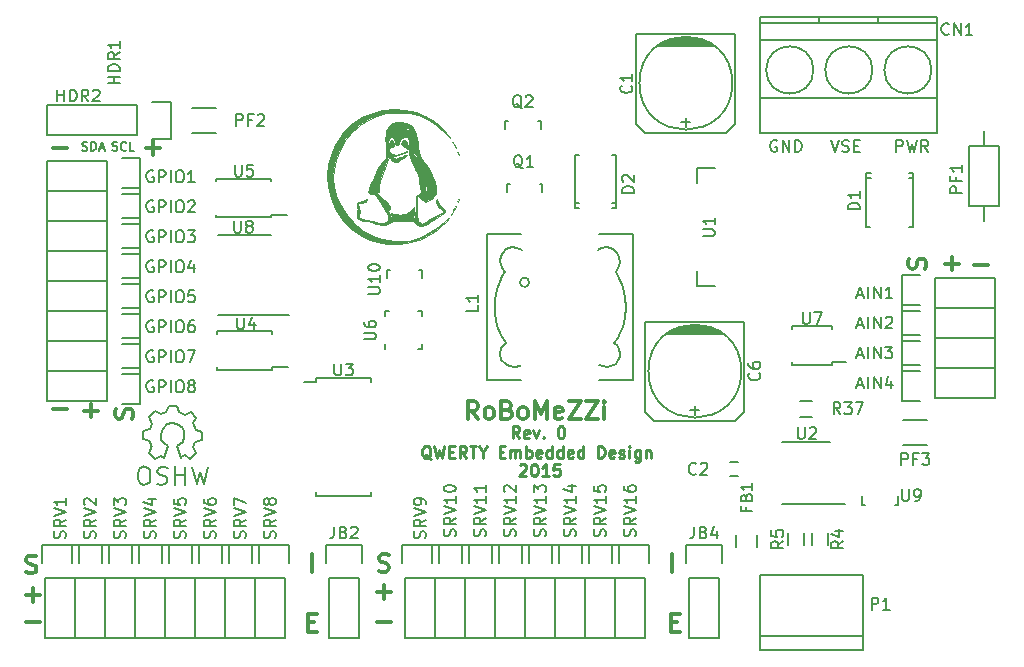
<source format=gbr>
G04 #@! TF.FileFunction,Legend,Top*
%FSLAX46Y46*%
G04 Gerber Fmt 4.6, Leading zero omitted, Abs format (unit mm)*
G04 Created by KiCad (PCBNEW (2015-11-11 BZR 6310)-product) date Wed 23 Dec 2015 07:39:48 PM CST*
%MOMM*%
G01*
G04 APERTURE LIST*
%ADD10C,0.100000*%
%ADD11C,0.250000*%
%ADD12C,0.300000*%
%ADD13C,0.187500*%
%ADD14C,0.200000*%
%ADD15C,0.150000*%
%ADD16C,0.010000*%
G04 APERTURE END LIST*
D10*
D11*
X149394762Y-111792381D02*
X149061428Y-111316190D01*
X148823333Y-111792381D02*
X148823333Y-110792381D01*
X149204286Y-110792381D01*
X149299524Y-110840000D01*
X149347143Y-110887619D01*
X149394762Y-110982857D01*
X149394762Y-111125714D01*
X149347143Y-111220952D01*
X149299524Y-111268571D01*
X149204286Y-111316190D01*
X148823333Y-111316190D01*
X150204286Y-111744762D02*
X150109048Y-111792381D01*
X149918571Y-111792381D01*
X149823333Y-111744762D01*
X149775714Y-111649524D01*
X149775714Y-111268571D01*
X149823333Y-111173333D01*
X149918571Y-111125714D01*
X150109048Y-111125714D01*
X150204286Y-111173333D01*
X150251905Y-111268571D01*
X150251905Y-111363810D01*
X149775714Y-111459048D01*
X150585238Y-111125714D02*
X150823333Y-111792381D01*
X151061429Y-111125714D01*
X151442381Y-111697143D02*
X151490000Y-111744762D01*
X151442381Y-111792381D01*
X151394762Y-111744762D01*
X151442381Y-111697143D01*
X151442381Y-111792381D01*
X152870952Y-110792381D02*
X152966191Y-110792381D01*
X153061429Y-110840000D01*
X153109048Y-110887619D01*
X153156667Y-110982857D01*
X153204286Y-111173333D01*
X153204286Y-111411429D01*
X153156667Y-111601905D01*
X153109048Y-111697143D01*
X153061429Y-111744762D01*
X152966191Y-111792381D01*
X152870952Y-111792381D01*
X152775714Y-111744762D01*
X152728095Y-111697143D01*
X152680476Y-111601905D01*
X152632857Y-111411429D01*
X152632857Y-111173333D01*
X152680476Y-110982857D01*
X152728095Y-110887619D01*
X152775714Y-110840000D01*
X152870952Y-110792381D01*
D12*
X109918572Y-87229143D02*
X111061429Y-87229143D01*
X117792572Y-87229143D02*
X118935429Y-87229143D01*
X118364000Y-87800571D02*
X118364000Y-86657714D01*
D13*
X114931143Y-87425571D02*
X115038286Y-87461286D01*
X115216857Y-87461286D01*
X115288286Y-87425571D01*
X115324000Y-87389857D01*
X115359715Y-87318429D01*
X115359715Y-87247000D01*
X115324000Y-87175571D01*
X115288286Y-87139857D01*
X115216857Y-87104143D01*
X115074000Y-87068429D01*
X115002572Y-87032714D01*
X114966857Y-86997000D01*
X114931143Y-86925571D01*
X114931143Y-86854143D01*
X114966857Y-86782714D01*
X115002572Y-86747000D01*
X115074000Y-86711286D01*
X115252572Y-86711286D01*
X115359715Y-86747000D01*
X116109715Y-87389857D02*
X116074001Y-87425571D01*
X115966858Y-87461286D01*
X115895429Y-87461286D01*
X115788286Y-87425571D01*
X115716858Y-87354143D01*
X115681143Y-87282714D01*
X115645429Y-87139857D01*
X115645429Y-87032714D01*
X115681143Y-86889857D01*
X115716858Y-86818429D01*
X115788286Y-86747000D01*
X115895429Y-86711286D01*
X115966858Y-86711286D01*
X116074001Y-86747000D01*
X116109715Y-86782714D01*
X116788286Y-87461286D02*
X116431143Y-87461286D01*
X116431143Y-86711286D01*
X112373286Y-87425571D02*
X112480429Y-87461286D01*
X112659000Y-87461286D01*
X112730429Y-87425571D01*
X112766143Y-87389857D01*
X112801858Y-87318429D01*
X112801858Y-87247000D01*
X112766143Y-87175571D01*
X112730429Y-87139857D01*
X112659000Y-87104143D01*
X112516143Y-87068429D01*
X112444715Y-87032714D01*
X112409000Y-86997000D01*
X112373286Y-86925571D01*
X112373286Y-86854143D01*
X112409000Y-86782714D01*
X112444715Y-86747000D01*
X112516143Y-86711286D01*
X112694715Y-86711286D01*
X112801858Y-86747000D01*
X113123286Y-87461286D02*
X113123286Y-86711286D01*
X113301858Y-86711286D01*
X113409001Y-86747000D01*
X113480429Y-86818429D01*
X113516144Y-86889857D01*
X113551858Y-87032714D01*
X113551858Y-87139857D01*
X113516144Y-87282714D01*
X113480429Y-87354143D01*
X113409001Y-87425571D01*
X113301858Y-87461286D01*
X113123286Y-87461286D01*
X113837572Y-87247000D02*
X114194715Y-87247000D01*
X113766144Y-87461286D02*
X114016144Y-86711286D01*
X114266144Y-87461286D01*
D12*
X189039428Y-97174857D02*
X187896571Y-97174857D01*
X186035143Y-97599428D02*
X186035143Y-96456571D01*
X186606571Y-97028000D02*
X185463714Y-97028000D01*
X183741143Y-97456571D02*
X183812571Y-97242285D01*
X183812571Y-96885142D01*
X183741143Y-96742285D01*
X183669714Y-96670856D01*
X183526857Y-96599428D01*
X183384000Y-96599428D01*
X183241143Y-96670856D01*
X183169714Y-96742285D01*
X183098286Y-96885142D01*
X183026857Y-97170856D01*
X182955429Y-97313714D01*
X182884000Y-97385142D01*
X182741143Y-97456571D01*
X182598286Y-97456571D01*
X182455429Y-97385142D01*
X182384000Y-97313714D01*
X182312571Y-97170856D01*
X182312571Y-96813714D01*
X182384000Y-96599428D01*
D14*
X175776095Y-86574381D02*
X176109428Y-87574381D01*
X176442762Y-86574381D01*
X176728476Y-87526762D02*
X176871333Y-87574381D01*
X177109429Y-87574381D01*
X177204667Y-87526762D01*
X177252286Y-87479143D01*
X177299905Y-87383905D01*
X177299905Y-87288667D01*
X177252286Y-87193429D01*
X177204667Y-87145810D01*
X177109429Y-87098190D01*
X176918952Y-87050571D01*
X176823714Y-87002952D01*
X176776095Y-86955333D01*
X176728476Y-86860095D01*
X176728476Y-86764857D01*
X176776095Y-86669619D01*
X176823714Y-86622000D01*
X176918952Y-86574381D01*
X177157048Y-86574381D01*
X177299905Y-86622000D01*
X177728476Y-87050571D02*
X178061810Y-87050571D01*
X178204667Y-87574381D02*
X177728476Y-87574381D01*
X177728476Y-86574381D01*
X178204667Y-86574381D01*
X171196096Y-86622000D02*
X171100858Y-86574381D01*
X170958001Y-86574381D01*
X170815143Y-86622000D01*
X170719905Y-86717238D01*
X170672286Y-86812476D01*
X170624667Y-87002952D01*
X170624667Y-87145810D01*
X170672286Y-87336286D01*
X170719905Y-87431524D01*
X170815143Y-87526762D01*
X170958001Y-87574381D01*
X171053239Y-87574381D01*
X171196096Y-87526762D01*
X171243715Y-87479143D01*
X171243715Y-87145810D01*
X171053239Y-87145810D01*
X171672286Y-87574381D02*
X171672286Y-86574381D01*
X172243715Y-87574381D01*
X172243715Y-86574381D01*
X172719905Y-87574381D02*
X172719905Y-86574381D01*
X172958000Y-86574381D01*
X173100858Y-86622000D01*
X173196096Y-86717238D01*
X173243715Y-86812476D01*
X173291334Y-87002952D01*
X173291334Y-87145810D01*
X173243715Y-87336286D01*
X173196096Y-87431524D01*
X173100858Y-87526762D01*
X172958000Y-87574381D01*
X172719905Y-87574381D01*
X181292667Y-87574381D02*
X181292667Y-86574381D01*
X181673620Y-86574381D01*
X181768858Y-86622000D01*
X181816477Y-86669619D01*
X181864096Y-86764857D01*
X181864096Y-86907714D01*
X181816477Y-87002952D01*
X181768858Y-87050571D01*
X181673620Y-87098190D01*
X181292667Y-87098190D01*
X182197429Y-86574381D02*
X182435524Y-87574381D01*
X182626001Y-86860095D01*
X182816477Y-87574381D01*
X183054572Y-86574381D01*
X184006953Y-87574381D02*
X183673619Y-87098190D01*
X183435524Y-87574381D02*
X183435524Y-86574381D01*
X183816477Y-86574381D01*
X183911715Y-86622000D01*
X183959334Y-86669619D01*
X184006953Y-86764857D01*
X184006953Y-86907714D01*
X183959334Y-87002952D01*
X183911715Y-87050571D01*
X183816477Y-87098190D01*
X183435524Y-87098190D01*
D12*
X111061428Y-109366857D02*
X109918571Y-109366857D01*
X113137143Y-110045428D02*
X113137143Y-108902571D01*
X113708571Y-109474000D02*
X112565714Y-109474000D01*
X115216857Y-109299429D02*
X115145429Y-109513715D01*
X115145429Y-109870858D01*
X115216857Y-110013715D01*
X115288286Y-110085144D01*
X115431143Y-110156572D01*
X115574000Y-110156572D01*
X115716857Y-110085144D01*
X115788286Y-110013715D01*
X115859714Y-109870858D01*
X115931143Y-109585144D01*
X116002571Y-109442286D01*
X116074000Y-109370858D01*
X116216857Y-109299429D01*
X116359714Y-109299429D01*
X116502571Y-109370858D01*
X116574000Y-109442286D01*
X116645429Y-109585144D01*
X116645429Y-109942286D01*
X116574000Y-110156572D01*
D11*
X149415714Y-114101619D02*
X149463333Y-114054000D01*
X149558571Y-114006381D01*
X149796667Y-114006381D01*
X149891905Y-114054000D01*
X149939524Y-114101619D01*
X149987143Y-114196857D01*
X149987143Y-114292095D01*
X149939524Y-114434952D01*
X149368095Y-115006381D01*
X149987143Y-115006381D01*
X150606190Y-114006381D02*
X150701429Y-114006381D01*
X150796667Y-114054000D01*
X150844286Y-114101619D01*
X150891905Y-114196857D01*
X150939524Y-114387333D01*
X150939524Y-114625429D01*
X150891905Y-114815905D01*
X150844286Y-114911143D01*
X150796667Y-114958762D01*
X150701429Y-115006381D01*
X150606190Y-115006381D01*
X150510952Y-114958762D01*
X150463333Y-114911143D01*
X150415714Y-114815905D01*
X150368095Y-114625429D01*
X150368095Y-114387333D01*
X150415714Y-114196857D01*
X150463333Y-114101619D01*
X150510952Y-114054000D01*
X150606190Y-114006381D01*
X151891905Y-115006381D02*
X151320476Y-115006381D01*
X151606190Y-115006381D02*
X151606190Y-114006381D01*
X151510952Y-114149238D01*
X151415714Y-114244476D01*
X151320476Y-114292095D01*
X152796667Y-114006381D02*
X152320476Y-114006381D01*
X152272857Y-114482571D01*
X152320476Y-114434952D01*
X152415714Y-114387333D01*
X152653810Y-114387333D01*
X152749048Y-114434952D01*
X152796667Y-114482571D01*
X152844286Y-114577810D01*
X152844286Y-114815905D01*
X152796667Y-114911143D01*
X152749048Y-114958762D01*
X152653810Y-115006381D01*
X152415714Y-115006381D01*
X152320476Y-114958762D01*
X152272857Y-114911143D01*
D12*
X162306000Y-123106571D02*
X162306000Y-121606571D01*
X162238572Y-127400857D02*
X162738572Y-127400857D01*
X162952858Y-128186571D02*
X162238572Y-128186571D01*
X162238572Y-126686571D01*
X162952858Y-126686571D01*
X131504572Y-127400857D02*
X132004572Y-127400857D01*
X132218858Y-128186571D02*
X131504572Y-128186571D01*
X131504572Y-126686571D01*
X132218858Y-126686571D01*
X131826000Y-123106571D02*
X131826000Y-121606571D01*
X137350572Y-127361143D02*
X138493429Y-127361143D01*
X137350572Y-124821143D02*
X138493429Y-124821143D01*
X137922000Y-125392571D02*
X137922000Y-124249714D01*
X137493429Y-123035143D02*
X137707715Y-123106571D01*
X138064858Y-123106571D01*
X138207715Y-123035143D01*
X138279144Y-122963714D01*
X138350572Y-122820857D01*
X138350572Y-122678000D01*
X138279144Y-122535143D01*
X138207715Y-122463714D01*
X138064858Y-122392286D01*
X137779144Y-122320857D01*
X137636286Y-122249429D01*
X137564858Y-122178000D01*
X137493429Y-122035143D01*
X137493429Y-121892286D01*
X137564858Y-121749429D01*
X137636286Y-121678000D01*
X137779144Y-121606571D01*
X138136286Y-121606571D01*
X138350572Y-121678000D01*
X107632572Y-127361143D02*
X108775429Y-127361143D01*
X107632572Y-125075143D02*
X108775429Y-125075143D01*
X108204000Y-125646571D02*
X108204000Y-124503714D01*
X107648429Y-123162143D02*
X107862715Y-123233571D01*
X108219858Y-123233571D01*
X108362715Y-123162143D01*
X108434144Y-123090714D01*
X108505572Y-122947857D01*
X108505572Y-122805000D01*
X108434144Y-122662143D01*
X108362715Y-122590714D01*
X108219858Y-122519286D01*
X107934144Y-122447857D01*
X107791286Y-122376429D01*
X107719858Y-122305000D01*
X107648429Y-122162143D01*
X107648429Y-122019286D01*
X107719858Y-121876429D01*
X107791286Y-121805000D01*
X107934144Y-121733571D01*
X108291286Y-121733571D01*
X108505572Y-121805000D01*
D11*
X141899809Y-113577619D02*
X141804571Y-113530000D01*
X141709333Y-113434762D01*
X141566476Y-113291905D01*
X141471237Y-113244286D01*
X141375999Y-113244286D01*
X141423618Y-113482381D02*
X141328380Y-113434762D01*
X141233142Y-113339524D01*
X141185523Y-113149048D01*
X141185523Y-112815714D01*
X141233142Y-112625238D01*
X141328380Y-112530000D01*
X141423618Y-112482381D01*
X141614095Y-112482381D01*
X141709333Y-112530000D01*
X141804571Y-112625238D01*
X141852190Y-112815714D01*
X141852190Y-113149048D01*
X141804571Y-113339524D01*
X141709333Y-113434762D01*
X141614095Y-113482381D01*
X141423618Y-113482381D01*
X142185523Y-112482381D02*
X142423618Y-113482381D01*
X142614095Y-112768095D01*
X142804571Y-113482381D01*
X143042666Y-112482381D01*
X143423618Y-112958571D02*
X143756952Y-112958571D01*
X143899809Y-113482381D02*
X143423618Y-113482381D01*
X143423618Y-112482381D01*
X143899809Y-112482381D01*
X144899809Y-113482381D02*
X144566475Y-113006190D01*
X144328380Y-113482381D02*
X144328380Y-112482381D01*
X144709333Y-112482381D01*
X144804571Y-112530000D01*
X144852190Y-112577619D01*
X144899809Y-112672857D01*
X144899809Y-112815714D01*
X144852190Y-112910952D01*
X144804571Y-112958571D01*
X144709333Y-113006190D01*
X144328380Y-113006190D01*
X145185523Y-112482381D02*
X145756952Y-112482381D01*
X145471237Y-113482381D02*
X145471237Y-112482381D01*
X146280761Y-113006190D02*
X146280761Y-113482381D01*
X145947428Y-112482381D02*
X146280761Y-113006190D01*
X146614095Y-112482381D01*
X147709333Y-112958571D02*
X148042667Y-112958571D01*
X148185524Y-113482381D02*
X147709333Y-113482381D01*
X147709333Y-112482381D01*
X148185524Y-112482381D01*
X148614095Y-113482381D02*
X148614095Y-112815714D01*
X148614095Y-112910952D02*
X148661714Y-112863333D01*
X148756952Y-112815714D01*
X148899810Y-112815714D01*
X148995048Y-112863333D01*
X149042667Y-112958571D01*
X149042667Y-113482381D01*
X149042667Y-112958571D02*
X149090286Y-112863333D01*
X149185524Y-112815714D01*
X149328381Y-112815714D01*
X149423619Y-112863333D01*
X149471238Y-112958571D01*
X149471238Y-113482381D01*
X149947428Y-113482381D02*
X149947428Y-112482381D01*
X149947428Y-112863333D02*
X150042666Y-112815714D01*
X150233143Y-112815714D01*
X150328381Y-112863333D01*
X150376000Y-112910952D01*
X150423619Y-113006190D01*
X150423619Y-113291905D01*
X150376000Y-113387143D01*
X150328381Y-113434762D01*
X150233143Y-113482381D01*
X150042666Y-113482381D01*
X149947428Y-113434762D01*
X151233143Y-113434762D02*
X151137905Y-113482381D01*
X150947428Y-113482381D01*
X150852190Y-113434762D01*
X150804571Y-113339524D01*
X150804571Y-112958571D01*
X150852190Y-112863333D01*
X150947428Y-112815714D01*
X151137905Y-112815714D01*
X151233143Y-112863333D01*
X151280762Y-112958571D01*
X151280762Y-113053810D01*
X150804571Y-113149048D01*
X152137905Y-113482381D02*
X152137905Y-112482381D01*
X152137905Y-113434762D02*
X152042667Y-113482381D01*
X151852190Y-113482381D01*
X151756952Y-113434762D01*
X151709333Y-113387143D01*
X151661714Y-113291905D01*
X151661714Y-113006190D01*
X151709333Y-112910952D01*
X151756952Y-112863333D01*
X151852190Y-112815714D01*
X152042667Y-112815714D01*
X152137905Y-112863333D01*
X153042667Y-113482381D02*
X153042667Y-112482381D01*
X153042667Y-113434762D02*
X152947429Y-113482381D01*
X152756952Y-113482381D01*
X152661714Y-113434762D01*
X152614095Y-113387143D01*
X152566476Y-113291905D01*
X152566476Y-113006190D01*
X152614095Y-112910952D01*
X152661714Y-112863333D01*
X152756952Y-112815714D01*
X152947429Y-112815714D01*
X153042667Y-112863333D01*
X153899810Y-113434762D02*
X153804572Y-113482381D01*
X153614095Y-113482381D01*
X153518857Y-113434762D01*
X153471238Y-113339524D01*
X153471238Y-112958571D01*
X153518857Y-112863333D01*
X153614095Y-112815714D01*
X153804572Y-112815714D01*
X153899810Y-112863333D01*
X153947429Y-112958571D01*
X153947429Y-113053810D01*
X153471238Y-113149048D01*
X154804572Y-113482381D02*
X154804572Y-112482381D01*
X154804572Y-113434762D02*
X154709334Y-113482381D01*
X154518857Y-113482381D01*
X154423619Y-113434762D01*
X154376000Y-113387143D01*
X154328381Y-113291905D01*
X154328381Y-113006190D01*
X154376000Y-112910952D01*
X154423619Y-112863333D01*
X154518857Y-112815714D01*
X154709334Y-112815714D01*
X154804572Y-112863333D01*
X156042667Y-113482381D02*
X156042667Y-112482381D01*
X156280762Y-112482381D01*
X156423620Y-112530000D01*
X156518858Y-112625238D01*
X156566477Y-112720476D01*
X156614096Y-112910952D01*
X156614096Y-113053810D01*
X156566477Y-113244286D01*
X156518858Y-113339524D01*
X156423620Y-113434762D01*
X156280762Y-113482381D01*
X156042667Y-113482381D01*
X157423620Y-113434762D02*
X157328382Y-113482381D01*
X157137905Y-113482381D01*
X157042667Y-113434762D01*
X156995048Y-113339524D01*
X156995048Y-112958571D01*
X157042667Y-112863333D01*
X157137905Y-112815714D01*
X157328382Y-112815714D01*
X157423620Y-112863333D01*
X157471239Y-112958571D01*
X157471239Y-113053810D01*
X156995048Y-113149048D01*
X157852191Y-113434762D02*
X157947429Y-113482381D01*
X158137905Y-113482381D01*
X158233144Y-113434762D01*
X158280763Y-113339524D01*
X158280763Y-113291905D01*
X158233144Y-113196667D01*
X158137905Y-113149048D01*
X157995048Y-113149048D01*
X157899810Y-113101429D01*
X157852191Y-113006190D01*
X157852191Y-112958571D01*
X157899810Y-112863333D01*
X157995048Y-112815714D01*
X158137905Y-112815714D01*
X158233144Y-112863333D01*
X158709334Y-113482381D02*
X158709334Y-112815714D01*
X158709334Y-112482381D02*
X158661715Y-112530000D01*
X158709334Y-112577619D01*
X158756953Y-112530000D01*
X158709334Y-112482381D01*
X158709334Y-112577619D01*
X159614096Y-112815714D02*
X159614096Y-113625238D01*
X159566477Y-113720476D01*
X159518858Y-113768095D01*
X159423619Y-113815714D01*
X159280762Y-113815714D01*
X159185524Y-113768095D01*
X159614096Y-113434762D02*
X159518858Y-113482381D01*
X159328381Y-113482381D01*
X159233143Y-113434762D01*
X159185524Y-113387143D01*
X159137905Y-113291905D01*
X159137905Y-113006190D01*
X159185524Y-112910952D01*
X159233143Y-112863333D01*
X159328381Y-112815714D01*
X159518858Y-112815714D01*
X159614096Y-112863333D01*
X160090286Y-112815714D02*
X160090286Y-113482381D01*
X160090286Y-112910952D02*
X160137905Y-112863333D01*
X160233143Y-112815714D01*
X160376001Y-112815714D01*
X160471239Y-112863333D01*
X160518858Y-112958571D01*
X160518858Y-113482381D01*
D12*
X145871429Y-110178571D02*
X145371429Y-109464286D01*
X145014286Y-110178571D02*
X145014286Y-108678571D01*
X145585714Y-108678571D01*
X145728572Y-108750000D01*
X145800000Y-108821429D01*
X145871429Y-108964286D01*
X145871429Y-109178571D01*
X145800000Y-109321429D01*
X145728572Y-109392857D01*
X145585714Y-109464286D01*
X145014286Y-109464286D01*
X146728572Y-110178571D02*
X146585714Y-110107143D01*
X146514286Y-110035714D01*
X146442857Y-109892857D01*
X146442857Y-109464286D01*
X146514286Y-109321429D01*
X146585714Y-109250000D01*
X146728572Y-109178571D01*
X146942857Y-109178571D01*
X147085714Y-109250000D01*
X147157143Y-109321429D01*
X147228572Y-109464286D01*
X147228572Y-109892857D01*
X147157143Y-110035714D01*
X147085714Y-110107143D01*
X146942857Y-110178571D01*
X146728572Y-110178571D01*
X148371429Y-109392857D02*
X148585715Y-109464286D01*
X148657143Y-109535714D01*
X148728572Y-109678571D01*
X148728572Y-109892857D01*
X148657143Y-110035714D01*
X148585715Y-110107143D01*
X148442857Y-110178571D01*
X147871429Y-110178571D01*
X147871429Y-108678571D01*
X148371429Y-108678571D01*
X148514286Y-108750000D01*
X148585715Y-108821429D01*
X148657143Y-108964286D01*
X148657143Y-109107143D01*
X148585715Y-109250000D01*
X148514286Y-109321429D01*
X148371429Y-109392857D01*
X147871429Y-109392857D01*
X149585715Y-110178571D02*
X149442857Y-110107143D01*
X149371429Y-110035714D01*
X149300000Y-109892857D01*
X149300000Y-109464286D01*
X149371429Y-109321429D01*
X149442857Y-109250000D01*
X149585715Y-109178571D01*
X149800000Y-109178571D01*
X149942857Y-109250000D01*
X150014286Y-109321429D01*
X150085715Y-109464286D01*
X150085715Y-109892857D01*
X150014286Y-110035714D01*
X149942857Y-110107143D01*
X149800000Y-110178571D01*
X149585715Y-110178571D01*
X150728572Y-110178571D02*
X150728572Y-108678571D01*
X151228572Y-109750000D01*
X151728572Y-108678571D01*
X151728572Y-110178571D01*
X153014286Y-110107143D02*
X152871429Y-110178571D01*
X152585715Y-110178571D01*
X152442858Y-110107143D01*
X152371429Y-109964286D01*
X152371429Y-109392857D01*
X152442858Y-109250000D01*
X152585715Y-109178571D01*
X152871429Y-109178571D01*
X153014286Y-109250000D01*
X153085715Y-109392857D01*
X153085715Y-109535714D01*
X152371429Y-109678571D01*
X153585715Y-108678571D02*
X154585715Y-108678571D01*
X153585715Y-110178571D01*
X154585715Y-110178571D01*
X155014286Y-108678571D02*
X156014286Y-108678571D01*
X155014286Y-110178571D01*
X156014286Y-110178571D01*
X156585714Y-110178571D02*
X156585714Y-109178571D01*
X156585714Y-108678571D02*
X156514285Y-108750000D01*
X156585714Y-108821429D01*
X156657142Y-108750000D01*
X156585714Y-108678571D01*
X156585714Y-108821429D01*
D15*
X184570000Y-100790000D02*
X189650000Y-100790000D01*
X189650000Y-100790000D02*
X189650000Y-98250000D01*
X189650000Y-98250000D02*
X184570000Y-98250000D01*
X181750000Y-97970000D02*
X183300000Y-97970000D01*
X184570000Y-98250000D02*
X184570000Y-100790000D01*
X183300000Y-101070000D02*
X181750000Y-101070000D01*
X181750000Y-101070000D02*
X181750000Y-97970000D01*
X184570000Y-103330000D02*
X189650000Y-103330000D01*
X189650000Y-103330000D02*
X189650000Y-100790000D01*
X189650000Y-100790000D02*
X184570000Y-100790000D01*
X181750000Y-100510000D02*
X183300000Y-100510000D01*
X184570000Y-100790000D02*
X184570000Y-103330000D01*
X183300000Y-103610000D02*
X181750000Y-103610000D01*
X181750000Y-103610000D02*
X181750000Y-100510000D01*
X184570000Y-105870000D02*
X189650000Y-105870000D01*
X189650000Y-105870000D02*
X189650000Y-103330000D01*
X189650000Y-103330000D02*
X184570000Y-103330000D01*
X181750000Y-103050000D02*
X183300000Y-103050000D01*
X184570000Y-103330000D02*
X184570000Y-105870000D01*
X183300000Y-106150000D02*
X181750000Y-106150000D01*
X181750000Y-106150000D02*
X181750000Y-103050000D01*
X184570000Y-108410000D02*
X189650000Y-108410000D01*
X189650000Y-108410000D02*
X189650000Y-105870000D01*
X189650000Y-105870000D02*
X184570000Y-105870000D01*
X181750000Y-105590000D02*
X183300000Y-105590000D01*
X184570000Y-105870000D02*
X184570000Y-108410000D01*
X183300000Y-108690000D02*
X181750000Y-108690000D01*
X181750000Y-108690000D02*
X181750000Y-105590000D01*
X114466000Y-88344000D02*
X109386000Y-88344000D01*
X109386000Y-88344000D02*
X109386000Y-90884000D01*
X109386000Y-90884000D02*
X114466000Y-90884000D01*
X117286000Y-91164000D02*
X115736000Y-91164000D01*
X114466000Y-90884000D02*
X114466000Y-88344000D01*
X115736000Y-88064000D02*
X117286000Y-88064000D01*
X117286000Y-88064000D02*
X117286000Y-91164000D01*
X114466000Y-90884000D02*
X109386000Y-90884000D01*
X109386000Y-90884000D02*
X109386000Y-93424000D01*
X109386000Y-93424000D02*
X114466000Y-93424000D01*
X117286000Y-93704000D02*
X115736000Y-93704000D01*
X114466000Y-93424000D02*
X114466000Y-90884000D01*
X115736000Y-90604000D02*
X117286000Y-90604000D01*
X117286000Y-90604000D02*
X117286000Y-93704000D01*
X114466000Y-93424000D02*
X109386000Y-93424000D01*
X109386000Y-93424000D02*
X109386000Y-95964000D01*
X109386000Y-95964000D02*
X114466000Y-95964000D01*
X117286000Y-96244000D02*
X115736000Y-96244000D01*
X114466000Y-95964000D02*
X114466000Y-93424000D01*
X115736000Y-93144000D02*
X117286000Y-93144000D01*
X117286000Y-93144000D02*
X117286000Y-96244000D01*
X114466000Y-95964000D02*
X109386000Y-95964000D01*
X109386000Y-95964000D02*
X109386000Y-98504000D01*
X109386000Y-98504000D02*
X114466000Y-98504000D01*
X117286000Y-98784000D02*
X115736000Y-98784000D01*
X114466000Y-98504000D02*
X114466000Y-95964000D01*
X115736000Y-95684000D02*
X117286000Y-95684000D01*
X117286000Y-95684000D02*
X117286000Y-98784000D01*
X114466000Y-98504000D02*
X109386000Y-98504000D01*
X109386000Y-98504000D02*
X109386000Y-101044000D01*
X109386000Y-101044000D02*
X114466000Y-101044000D01*
X117286000Y-101324000D02*
X115736000Y-101324000D01*
X114466000Y-101044000D02*
X114466000Y-98504000D01*
X115736000Y-98224000D02*
X117286000Y-98224000D01*
X117286000Y-98224000D02*
X117286000Y-101324000D01*
X114466000Y-101044000D02*
X109386000Y-101044000D01*
X109386000Y-101044000D02*
X109386000Y-103584000D01*
X109386000Y-103584000D02*
X114466000Y-103584000D01*
X117286000Y-103864000D02*
X115736000Y-103864000D01*
X114466000Y-103584000D02*
X114466000Y-101044000D01*
X115736000Y-100764000D02*
X117286000Y-100764000D01*
X117286000Y-100764000D02*
X117286000Y-103864000D01*
X114466000Y-103584000D02*
X109386000Y-103584000D01*
X109386000Y-103584000D02*
X109386000Y-106124000D01*
X109386000Y-106124000D02*
X114466000Y-106124000D01*
X117286000Y-106404000D02*
X115736000Y-106404000D01*
X114466000Y-106124000D02*
X114466000Y-103584000D01*
X115736000Y-103304000D02*
X117286000Y-103304000D01*
X117286000Y-103304000D02*
X117286000Y-106404000D01*
X114466000Y-106124000D02*
X109386000Y-106124000D01*
X109386000Y-106124000D02*
X109386000Y-108664000D01*
X109386000Y-108664000D02*
X114466000Y-108664000D01*
X117286000Y-108944000D02*
X115736000Y-108944000D01*
X114466000Y-108664000D02*
X114466000Y-106124000D01*
X115736000Y-105844000D02*
X117286000Y-105844000D01*
X117286000Y-105844000D02*
X117286000Y-108944000D01*
X169805100Y-129753460D02*
X178505100Y-129753460D01*
X169805100Y-123348460D02*
X178505100Y-123348460D01*
X178505100Y-123348460D02*
X178505100Y-129753460D01*
X178505100Y-128523460D02*
X169805100Y-128523460D01*
X169805100Y-129753460D02*
X169805100Y-123348460D01*
X151145160Y-90237760D02*
X151096900Y-90237760D01*
X148346180Y-90938800D02*
X148346180Y-90237760D01*
X148346180Y-90237760D02*
X148595100Y-90237760D01*
X151145160Y-90237760D02*
X151345820Y-90237760D01*
X151345820Y-90237760D02*
X151345820Y-90938800D01*
X150995160Y-84927760D02*
X150946900Y-84927760D01*
X148196180Y-85628800D02*
X148196180Y-84927760D01*
X148196180Y-84927760D02*
X148445100Y-84927760D01*
X150995160Y-84927760D02*
X151195820Y-84927760D01*
X151195820Y-84927760D02*
X151195820Y-85628800D01*
X109259000Y-123650000D02*
X109259000Y-128730000D01*
X109259000Y-128730000D02*
X111799000Y-128730000D01*
X111799000Y-128730000D02*
X111799000Y-123650000D01*
X112079000Y-120830000D02*
X112079000Y-122380000D01*
X111799000Y-123650000D02*
X109259000Y-123650000D01*
X108979000Y-122380000D02*
X108979000Y-120830000D01*
X108979000Y-120830000D02*
X112079000Y-120830000D01*
X111799000Y-123650000D02*
X111799000Y-128730000D01*
X111799000Y-128730000D02*
X114339000Y-128730000D01*
X114339000Y-128730000D02*
X114339000Y-123650000D01*
X114619000Y-120830000D02*
X114619000Y-122380000D01*
X114339000Y-123650000D02*
X111799000Y-123650000D01*
X111519000Y-122380000D02*
X111519000Y-120830000D01*
X111519000Y-120830000D02*
X114619000Y-120830000D01*
X114339000Y-123650000D02*
X114339000Y-128730000D01*
X114339000Y-128730000D02*
X116879000Y-128730000D01*
X116879000Y-128730000D02*
X116879000Y-123650000D01*
X117159000Y-120830000D02*
X117159000Y-122380000D01*
X116879000Y-123650000D02*
X114339000Y-123650000D01*
X114059000Y-122380000D02*
X114059000Y-120830000D01*
X114059000Y-120830000D02*
X117159000Y-120830000D01*
X116879000Y-123650000D02*
X116879000Y-128730000D01*
X116879000Y-128730000D02*
X119419000Y-128730000D01*
X119419000Y-128730000D02*
X119419000Y-123650000D01*
X119699000Y-120830000D02*
X119699000Y-122380000D01*
X119419000Y-123650000D02*
X116879000Y-123650000D01*
X116599000Y-122380000D02*
X116599000Y-120830000D01*
X116599000Y-120830000D02*
X119699000Y-120830000D01*
X119419000Y-123650000D02*
X119419000Y-128730000D01*
X119419000Y-128730000D02*
X121959000Y-128730000D01*
X121959000Y-128730000D02*
X121959000Y-123650000D01*
X122239000Y-120830000D02*
X122239000Y-122380000D01*
X121959000Y-123650000D02*
X119419000Y-123650000D01*
X119139000Y-122380000D02*
X119139000Y-120830000D01*
X119139000Y-120830000D02*
X122239000Y-120830000D01*
X121959000Y-123650000D02*
X121959000Y-128730000D01*
X121959000Y-128730000D02*
X124499000Y-128730000D01*
X124499000Y-128730000D02*
X124499000Y-123650000D01*
X124779000Y-120830000D02*
X124779000Y-122380000D01*
X124499000Y-123650000D02*
X121959000Y-123650000D01*
X121679000Y-122380000D02*
X121679000Y-120830000D01*
X121679000Y-120830000D02*
X124779000Y-120830000D01*
X124499000Y-123650000D02*
X124499000Y-128730000D01*
X124499000Y-128730000D02*
X127039000Y-128730000D01*
X127039000Y-128730000D02*
X127039000Y-123650000D01*
X127319000Y-120830000D02*
X127319000Y-122380000D01*
X127039000Y-123650000D02*
X124499000Y-123650000D01*
X124219000Y-122380000D02*
X124219000Y-120830000D01*
X124219000Y-120830000D02*
X127319000Y-120830000D01*
X127039000Y-123650000D02*
X127039000Y-128730000D01*
X127039000Y-128730000D02*
X129579000Y-128730000D01*
X129579000Y-128730000D02*
X129579000Y-123650000D01*
X129859000Y-120830000D02*
X129859000Y-122380000D01*
X129579000Y-123650000D02*
X127039000Y-123650000D01*
X126759000Y-122380000D02*
X126759000Y-120830000D01*
X126759000Y-120830000D02*
X129859000Y-120830000D01*
X139739000Y-123650000D02*
X139739000Y-128730000D01*
X139739000Y-128730000D02*
X142279000Y-128730000D01*
X142279000Y-128730000D02*
X142279000Y-123650000D01*
X142559000Y-120830000D02*
X142559000Y-122380000D01*
X142279000Y-123650000D02*
X139739000Y-123650000D01*
X139459000Y-122380000D02*
X139459000Y-120830000D01*
X139459000Y-120830000D02*
X142559000Y-120830000D01*
X142279000Y-123650000D02*
X142279000Y-128730000D01*
X142279000Y-128730000D02*
X144819000Y-128730000D01*
X144819000Y-128730000D02*
X144819000Y-123650000D01*
X145099000Y-120830000D02*
X145099000Y-122380000D01*
X144819000Y-123650000D02*
X142279000Y-123650000D01*
X141999000Y-122380000D02*
X141999000Y-120830000D01*
X141999000Y-120830000D02*
X145099000Y-120830000D01*
X144819000Y-123650000D02*
X144819000Y-128730000D01*
X144819000Y-128730000D02*
X147359000Y-128730000D01*
X147359000Y-128730000D02*
X147359000Y-123650000D01*
X147639000Y-120830000D02*
X147639000Y-122380000D01*
X147359000Y-123650000D02*
X144819000Y-123650000D01*
X144539000Y-122380000D02*
X144539000Y-120830000D01*
X144539000Y-120830000D02*
X147639000Y-120830000D01*
X147359000Y-123650000D02*
X147359000Y-128730000D01*
X147359000Y-128730000D02*
X149899000Y-128730000D01*
X149899000Y-128730000D02*
X149899000Y-123650000D01*
X150179000Y-120830000D02*
X150179000Y-122380000D01*
X149899000Y-123650000D02*
X147359000Y-123650000D01*
X147079000Y-122380000D02*
X147079000Y-120830000D01*
X147079000Y-120830000D02*
X150179000Y-120830000D01*
X149899000Y-123650000D02*
X149899000Y-128730000D01*
X149899000Y-128730000D02*
X152439000Y-128730000D01*
X152439000Y-128730000D02*
X152439000Y-123650000D01*
X152719000Y-120830000D02*
X152719000Y-122380000D01*
X152439000Y-123650000D02*
X149899000Y-123650000D01*
X149619000Y-122380000D02*
X149619000Y-120830000D01*
X149619000Y-120830000D02*
X152719000Y-120830000D01*
X152439000Y-123650000D02*
X152439000Y-128730000D01*
X152439000Y-128730000D02*
X154979000Y-128730000D01*
X154979000Y-128730000D02*
X154979000Y-123650000D01*
X155259000Y-120830000D02*
X155259000Y-122380000D01*
X154979000Y-123650000D02*
X152439000Y-123650000D01*
X152159000Y-122380000D02*
X152159000Y-120830000D01*
X152159000Y-120830000D02*
X155259000Y-120830000D01*
X154979000Y-123650000D02*
X154979000Y-128730000D01*
X154979000Y-128730000D02*
X157519000Y-128730000D01*
X157519000Y-128730000D02*
X157519000Y-123650000D01*
X157799000Y-120830000D02*
X157799000Y-122380000D01*
X157519000Y-123650000D02*
X154979000Y-123650000D01*
X154699000Y-122380000D02*
X154699000Y-120830000D01*
X154699000Y-120830000D02*
X157799000Y-120830000D01*
X157519000Y-123650000D02*
X157519000Y-128730000D01*
X157519000Y-128730000D02*
X160059000Y-128730000D01*
X160059000Y-128730000D02*
X160059000Y-123650000D01*
X160339000Y-120830000D02*
X160339000Y-122380000D01*
X160059000Y-123650000D02*
X157519000Y-123650000D01*
X157239000Y-122380000D02*
X157239000Y-120830000D01*
X157239000Y-120830000D02*
X160339000Y-120830000D01*
X164464000Y-98932000D02*
X164464000Y-97682000D01*
X164464000Y-98932000D02*
X165964000Y-98932000D01*
X164464000Y-88932000D02*
X165964000Y-88932000D01*
X164464000Y-88932000D02*
X164464000Y-90182000D01*
X174159000Y-120848000D02*
X174159000Y-119848000D01*
X175509000Y-119848000D02*
X175509000Y-120848000D01*
X172127000Y-120848000D02*
X172127000Y-119848000D01*
X173477000Y-119848000D02*
X173477000Y-120848000D01*
X133262000Y-123650000D02*
X133262000Y-128730000D01*
X133262000Y-128730000D02*
X135802000Y-128730000D01*
X135802000Y-128730000D02*
X135802000Y-123650000D01*
X136082000Y-120830000D02*
X136082000Y-122380000D01*
X135802000Y-123650000D02*
X133262000Y-123650000D01*
X132982000Y-122380000D02*
X132982000Y-120830000D01*
X132982000Y-120830000D02*
X136082000Y-120830000D01*
X163742000Y-123650000D02*
X163742000Y-128730000D01*
X163742000Y-128730000D02*
X166282000Y-128730000D01*
X166282000Y-128730000D02*
X166282000Y-123650000D01*
X166562000Y-120830000D02*
X166562000Y-122380000D01*
X166282000Y-123650000D02*
X163742000Y-123650000D01*
X163462000Y-122380000D02*
X163462000Y-120830000D01*
X163462000Y-120830000D02*
X166562000Y-120830000D01*
X164504000Y-77930000D02*
X162472000Y-77930000D01*
X162091000Y-78057000D02*
X164885000Y-78057000D01*
X165139000Y-78184000D02*
X161837000Y-78184000D01*
X161583000Y-78311000D02*
X165393000Y-78311000D01*
X161456000Y-78438000D02*
X165520000Y-78438000D01*
X165774000Y-78565000D02*
X161202000Y-78565000D01*
X167679000Y-77549000D02*
X159297000Y-77549000D01*
X159297000Y-77549000D02*
X159297000Y-85169000D01*
X159297000Y-85169000D02*
X160059000Y-85931000D01*
X160059000Y-85931000D02*
X166917000Y-85931000D01*
X166917000Y-85931000D02*
X167679000Y-85169000D01*
X167679000Y-85169000D02*
X167679000Y-77549000D01*
X163488000Y-85423000D02*
X163488000Y-84661000D01*
X163869000Y-85042000D02*
X163107000Y-85042000D01*
X167425000Y-81740000D02*
G75*
G03X167425000Y-81740000I-3937000J0D01*
G01*
X165266000Y-102314000D02*
X163234000Y-102314000D01*
X162853000Y-102441000D02*
X165647000Y-102441000D01*
X165901000Y-102568000D02*
X162599000Y-102568000D01*
X162345000Y-102695000D02*
X166155000Y-102695000D01*
X162218000Y-102822000D02*
X166282000Y-102822000D01*
X166536000Y-102949000D02*
X161964000Y-102949000D01*
X168441000Y-101933000D02*
X160059000Y-101933000D01*
X160059000Y-101933000D02*
X160059000Y-109553000D01*
X160059000Y-109553000D02*
X160821000Y-110315000D01*
X160821000Y-110315000D02*
X167679000Y-110315000D01*
X167679000Y-110315000D02*
X168441000Y-109553000D01*
X168441000Y-109553000D02*
X168441000Y-101933000D01*
X164250000Y-109807000D02*
X164250000Y-109045000D01*
X164631000Y-109426000D02*
X163869000Y-109426000D01*
X168187000Y-106124000D02*
G75*
G03X168187000Y-106124000I-3937000J0D01*
G01*
X175648000Y-112112500D02*
X171648000Y-112112500D01*
X176923000Y-117407500D02*
X171648000Y-117407500D01*
X167910000Y-115040000D02*
X167210000Y-115040000D01*
X167210000Y-113840000D02*
X167910000Y-113840000D01*
X121698780Y-114229860D02*
X122059460Y-115700520D01*
X122059460Y-115700520D02*
X122338860Y-114638800D01*
X122338860Y-114638800D02*
X122648740Y-115710680D01*
X122648740Y-115710680D02*
X122989100Y-114260340D01*
X120278920Y-114920740D02*
X121068860Y-114910580D01*
X121068860Y-114910580D02*
X121079020Y-114920740D01*
X121079020Y-114920740D02*
X121079020Y-114910580D01*
X121119660Y-114199380D02*
X121119660Y-115741160D01*
X120230660Y-114189220D02*
X120230660Y-115758940D01*
X120230660Y-115758940D02*
X120240820Y-115748780D01*
X119679480Y-114290820D02*
X119328960Y-114209540D01*
X119328960Y-114209540D02*
X119008920Y-114199380D01*
X119008920Y-114199380D02*
X118770160Y-114400040D01*
X118770160Y-114400040D02*
X118739680Y-114669280D01*
X118739680Y-114669280D02*
X118980980Y-114910580D01*
X118980980Y-114910580D02*
X119369600Y-115040120D01*
X119369600Y-115040120D02*
X119549940Y-115200140D01*
X119549940Y-115200140D02*
X119590580Y-115499860D01*
X119590580Y-115499860D02*
X119359440Y-115720840D01*
X119359440Y-115720840D02*
X119039400Y-115748780D01*
X119039400Y-115748780D02*
X118688880Y-115639560D01*
X117650020Y-114189220D02*
X117401100Y-114209540D01*
X117401100Y-114209540D02*
X117159800Y-114450840D01*
X117159800Y-114450840D02*
X117070900Y-114941060D01*
X117070900Y-114941060D02*
X117098840Y-115289040D01*
X117098840Y-115289040D02*
X117299500Y-115609080D01*
X117299500Y-115609080D02*
X117550960Y-115731000D01*
X117550960Y-115731000D02*
X117860840Y-115659880D01*
X117860840Y-115659880D02*
X118079280Y-115479540D01*
X118079280Y-115479540D02*
X118150400Y-115019800D01*
X118150400Y-115019800D02*
X118099600Y-114610860D01*
X118099600Y-114610860D02*
X117990380Y-114328920D01*
X117990380Y-114328920D02*
X117629700Y-114199380D01*
X118249460Y-112469640D02*
X117990380Y-113030980D01*
X117990380Y-113030980D02*
X118528860Y-113549140D01*
X118528860Y-113549140D02*
X119049560Y-113279900D01*
X119049560Y-113279900D02*
X119328960Y-113439920D01*
X120769140Y-113419600D02*
X121099340Y-113229100D01*
X121099340Y-113229100D02*
X121538760Y-113559300D01*
X121538760Y-113559300D02*
X122011200Y-113069080D01*
X122011200Y-113069080D02*
X121729260Y-112589020D01*
X121729260Y-112589020D02*
X121919760Y-112119120D01*
X121919760Y-112119120D02*
X122529360Y-111931160D01*
X122529360Y-111931160D02*
X122529360Y-111250440D01*
X122529360Y-111250440D02*
X121970560Y-111110740D01*
X121970560Y-111110740D02*
X121769900Y-110539240D01*
X121769900Y-110539240D02*
X122039140Y-110069340D01*
X122039140Y-110069340D02*
X121569240Y-109558800D01*
X121569240Y-109558800D02*
X121051080Y-109820420D01*
X121051080Y-109820420D02*
X120581180Y-109619760D01*
X120581180Y-109619760D02*
X120411000Y-109078740D01*
X120411000Y-109078740D02*
X119720120Y-109060960D01*
X119720120Y-109060960D02*
X119509300Y-109609600D01*
X119509300Y-109609600D02*
X119090200Y-109779780D01*
X119090200Y-109779780D02*
X118539020Y-109510540D01*
X118539020Y-109510540D02*
X118020860Y-110038860D01*
X118020860Y-110038860D02*
X118269780Y-110579880D01*
X118269780Y-110579880D02*
X118099600Y-111059940D01*
X118099600Y-111059940D02*
X117550960Y-111159000D01*
X117550960Y-111159000D02*
X117540800Y-111860040D01*
X117540800Y-111860040D02*
X118099600Y-112060700D01*
X118099600Y-112060700D02*
X118239300Y-112459480D01*
X120380520Y-112439160D02*
X120680240Y-112289300D01*
X120680240Y-112289300D02*
X120880900Y-112091180D01*
X120880900Y-112091180D02*
X121030760Y-111689860D01*
X121030760Y-111689860D02*
X121030760Y-111291080D01*
X121030760Y-111291080D02*
X120880900Y-110940560D01*
X120880900Y-110940560D02*
X120428780Y-110590040D01*
X120428780Y-110590040D02*
X119979200Y-110539240D01*
X119979200Y-110539240D02*
X119580420Y-110640840D01*
X119580420Y-110640840D02*
X119179100Y-110988820D01*
X119179100Y-110988820D02*
X119029240Y-111440940D01*
X119029240Y-111440940D02*
X119080040Y-111938780D01*
X119080040Y-111938780D02*
X119328960Y-112241040D01*
X119328960Y-112241040D02*
X119679480Y-112439160D01*
X119679480Y-112439160D02*
X119328960Y-113439920D01*
X120380520Y-112439160D02*
X120779300Y-113439920D01*
X128425000Y-105995000D02*
X128425000Y-105795000D01*
X123775000Y-105995000D02*
X123775000Y-105795000D01*
X123775000Y-102745000D02*
X123775000Y-102945000D01*
X128425000Y-102745000D02*
X128425000Y-102945000D01*
X128425000Y-105995000D02*
X123775000Y-105995000D01*
X128425000Y-102745000D02*
X123775000Y-102745000D01*
X128425000Y-105795000D02*
X129775000Y-105795000D01*
X128395000Y-93105000D02*
X128395000Y-92905000D01*
X123745000Y-93105000D02*
X123745000Y-92905000D01*
X123745000Y-89855000D02*
X123745000Y-90055000D01*
X128395000Y-89855000D02*
X128395000Y-90055000D01*
X128395000Y-93105000D02*
X123745000Y-93105000D01*
X128395000Y-89855000D02*
X123745000Y-89855000D01*
X128395000Y-92905000D02*
X129745000Y-92905000D01*
X132207000Y-106737000D02*
X132207000Y-107062000D01*
X136857000Y-106737000D02*
X136857000Y-107062000D01*
X136857000Y-116687000D02*
X136857000Y-116362000D01*
X132207000Y-116687000D02*
X132207000Y-116362000D01*
X132207000Y-106737000D02*
X136857000Y-106737000D01*
X132207000Y-116687000D02*
X136857000Y-116687000D01*
X132207000Y-107062000D02*
X131132000Y-107062000D01*
X175831000Y-105633000D02*
X175831000Y-105333000D01*
X172481000Y-105633000D02*
X172481000Y-105333000D01*
X172481000Y-102283000D02*
X172481000Y-102583000D01*
X175831000Y-102283000D02*
X175831000Y-102583000D01*
X175831000Y-105633000D02*
X172481000Y-105633000D01*
X175831000Y-102283000D02*
X172481000Y-102283000D01*
X175831000Y-105333000D02*
X177056000Y-105333000D01*
X117040000Y-83620000D02*
X109420000Y-83620000D01*
X117040000Y-86160000D02*
X109420000Y-86160000D01*
X119860000Y-86440000D02*
X118310000Y-86440000D01*
X109420000Y-83620000D02*
X109420000Y-86160000D01*
X117040000Y-86160000D02*
X117040000Y-83620000D01*
X118310000Y-83340000D02*
X119860000Y-83340000D01*
X119860000Y-83340000D02*
X119860000Y-86440000D01*
X128325000Y-94625000D02*
X123875000Y-94625000D01*
X129850000Y-101375000D02*
X123875000Y-101375000D01*
X141179000Y-104265000D02*
X140779000Y-104265000D01*
X141179000Y-104265000D02*
X141179000Y-103865000D01*
X141179000Y-101065000D02*
X140779000Y-101065000D01*
X141179000Y-101065000D02*
X141179000Y-101465000D01*
X137979000Y-101065000D02*
X138379000Y-101065000D01*
X137979000Y-101065000D02*
X137979000Y-101465000D01*
X137979000Y-104265000D02*
X137979000Y-103865000D01*
X174284000Y-80624000D02*
G75*
G03X174284000Y-80624000I-2000000J0D01*
G01*
X174784000Y-76624000D02*
X174784000Y-76124000D01*
X179784000Y-76624000D02*
X179784000Y-76124000D01*
X179284000Y-80624000D02*
G75*
G03X179284000Y-80624000I-2000000J0D01*
G01*
X184284000Y-80624000D02*
G75*
G03X184284000Y-80624000I-2000000J0D01*
G01*
X184784000Y-78124000D02*
X169784000Y-78124000D01*
X184784000Y-83024000D02*
X169784000Y-83024000D01*
X184784000Y-76624000D02*
X169784000Y-76624000D01*
X184784000Y-76124000D02*
X169784000Y-76124000D01*
X169784000Y-76124000D02*
X169784000Y-85924000D01*
X169784000Y-85924000D02*
X184784000Y-85924000D01*
X184784000Y-85924000D02*
X184784000Y-76124000D01*
X173160000Y-108635000D02*
X174160000Y-108635000D01*
X174160000Y-109985000D02*
X173160000Y-109985000D01*
X178630840Y-117430240D02*
X178679100Y-117430240D01*
X181429820Y-116729200D02*
X181429820Y-117430240D01*
X181429820Y-117430240D02*
X181180900Y-117430240D01*
X178630840Y-117430240D02*
X178430180Y-117430240D01*
X178430180Y-117430240D02*
X178430180Y-116729200D01*
X123710000Y-85975000D02*
X121710000Y-85975000D01*
X121710000Y-83825000D02*
X123710000Y-83825000D01*
X140961160Y-97541760D02*
X140912900Y-97541760D01*
X138162180Y-98242800D02*
X138162180Y-97541760D01*
X138162180Y-97541760D02*
X138411100Y-97541760D01*
X140961160Y-97541760D02*
X141161820Y-97541760D01*
X141161820Y-97541760D02*
X141161820Y-98242800D01*
X178960000Y-89339680D02*
X179159800Y-89339680D01*
X179010000Y-89796720D02*
X179159000Y-89796720D01*
X178960000Y-93942160D02*
X179109000Y-93942160D01*
X182560000Y-89344760D02*
X182411000Y-89344760D01*
X182560000Y-89796720D02*
X182411000Y-89796720D01*
X182560000Y-93947240D02*
X182411000Y-93947240D01*
X178811020Y-89796720D02*
X179009140Y-89796720D01*
X182758980Y-89796720D02*
X182560860Y-89796720D01*
X178763560Y-93942160D02*
X178961680Y-93942160D01*
X178763560Y-89339680D02*
X178763560Y-93942160D01*
X178763560Y-89339680D02*
X178961680Y-89339680D01*
X182758980Y-89344760D02*
X182560860Y-89344760D01*
X182758980Y-89344760D02*
X182758980Y-93947240D01*
X182758980Y-93947240D02*
X182560860Y-93947240D01*
X157600060Y-91879140D02*
X157249540Y-91879140D01*
X154099940Y-91879140D02*
X154450460Y-91879140D01*
X157600060Y-87829560D02*
X157249540Y-87829560D01*
X157600060Y-92330440D02*
X157249540Y-92330440D01*
X154099940Y-92330440D02*
X154450460Y-92330440D01*
X154099940Y-87829560D02*
X154450460Y-87829560D01*
X157600060Y-92330440D02*
X157600060Y-87829560D01*
X154099940Y-92330440D02*
X154099940Y-87829560D01*
X169470000Y-121010000D02*
X169470000Y-120010000D01*
X167770000Y-120010000D02*
X167770000Y-121010000D01*
X181900000Y-110235000D02*
X183900000Y-110235000D01*
X183900000Y-112385000D02*
X181900000Y-112385000D01*
X150221494Y-98599420D02*
G75*
G03X150221494Y-98599420I-391234J0D01*
G01*
X149530540Y-105599660D02*
X149428940Y-105701260D01*
X149428940Y-105701260D02*
X149030160Y-105800320D01*
X149030160Y-105800320D02*
X148529780Y-105701260D01*
X148529780Y-105701260D02*
X148230060Y-105500600D01*
X148230060Y-105500600D02*
X147828740Y-105200880D01*
X147828740Y-105200880D02*
X147729680Y-104700500D01*
X147729680Y-104700500D02*
X147828740Y-104200120D01*
X147828740Y-104200120D02*
X148131000Y-103798800D01*
X148131000Y-103798800D02*
X148230060Y-103699740D01*
X148230060Y-103699740D02*
X147828740Y-103100300D01*
X147828740Y-103100300D02*
X147529020Y-102300200D01*
X147529020Y-102300200D02*
X147330900Y-101299440D01*
X147330900Y-101299440D02*
X147330900Y-100100560D01*
X147330900Y-100100560D02*
X147529020Y-99198860D01*
X147529020Y-99198860D02*
X147729680Y-98599420D01*
X147729680Y-98599420D02*
X147930340Y-98099040D01*
X147930340Y-98099040D02*
X148131000Y-97700260D01*
X148131000Y-97700260D02*
X147930340Y-97400540D01*
X147930340Y-97400540D02*
X147729680Y-96801100D01*
X147729680Y-96801100D02*
X147828740Y-96399780D01*
X147828740Y-96399780D02*
X148029400Y-96100060D01*
X148029400Y-96100060D02*
X148230060Y-95800340D01*
X148230060Y-95800340D02*
X148730440Y-95599680D01*
X148730440Y-95599680D02*
X149230820Y-95698740D01*
X149230820Y-95698740D02*
X149629600Y-95899400D01*
X156129460Y-105599660D02*
X156429180Y-105701260D01*
X156429180Y-105701260D02*
X156830500Y-105800320D01*
X156830500Y-105800320D02*
X157130220Y-105701260D01*
X157130220Y-105701260D02*
X157529000Y-105500600D01*
X157529000Y-105500600D02*
X157729660Y-105200880D01*
X157729660Y-105200880D02*
X157930320Y-104901160D01*
X157930320Y-104901160D02*
X157930320Y-104598900D01*
X157930320Y-104598900D02*
X157831260Y-104299180D01*
X157831260Y-104299180D02*
X157729660Y-103999460D01*
X157729660Y-103999460D02*
X157429940Y-103699740D01*
X157429940Y-103699740D02*
X157729660Y-103300960D01*
X157729660Y-103300960D02*
X157930320Y-102899640D01*
X157930320Y-102899640D02*
X158130980Y-102399260D01*
X158130980Y-102399260D02*
X158329100Y-101599160D01*
X158329100Y-101599160D02*
X158430700Y-100700000D01*
X158430700Y-100700000D02*
X158329100Y-99899900D01*
X158329100Y-99899900D02*
X158130980Y-99000740D01*
X158130980Y-99000740D02*
X157729660Y-98099040D01*
X157729660Y-98099040D02*
X157529000Y-97700260D01*
X157529000Y-97700260D02*
X157729660Y-97400540D01*
X157729660Y-97400540D02*
X157930320Y-96999220D01*
X157930320Y-96999220D02*
X157831260Y-96498840D01*
X157831260Y-96498840D02*
X157630600Y-96100060D01*
X157630600Y-96100060D02*
X157330880Y-95800340D01*
X157330880Y-95800340D02*
X156830500Y-95599680D01*
X156830500Y-95599680D02*
X156330120Y-95698740D01*
X156330120Y-95698740D02*
X156030400Y-95899400D01*
X149530540Y-94499860D02*
X146629860Y-94499860D01*
X146629860Y-94499860D02*
X146629860Y-106900140D01*
X146629860Y-106900140D02*
X149530540Y-106900140D01*
X159030140Y-106900140D02*
X159030140Y-94499860D01*
X159030140Y-94499860D02*
X156129460Y-94499860D01*
X159030140Y-106900140D02*
X156129460Y-106900140D01*
D16*
G36*
X139713657Y-83993293D02*
X140635615Y-84220608D01*
X141533838Y-84605246D01*
X142166950Y-84987446D01*
X142808081Y-85501958D01*
X143376909Y-86126845D01*
X143518305Y-86312445D01*
X143555310Y-86381105D01*
X143487549Y-86339748D01*
X143328484Y-86199578D01*
X143091580Y-85971802D01*
X143002000Y-85882713D01*
X142301297Y-85260222D01*
X141588953Y-84795177D01*
X140838038Y-84476384D01*
X140021621Y-84292649D01*
X139112774Y-84232775D01*
X139033559Y-84233013D01*
X138136626Y-84303898D01*
X137315369Y-84509626D01*
X136535681Y-84861662D01*
X135858702Y-85300224D01*
X135198315Y-85886901D01*
X134634987Y-86590616D01*
X134183975Y-87381292D01*
X133860534Y-88228848D01*
X133679922Y-89103206D01*
X133646333Y-89662000D01*
X133728274Y-90571368D01*
X133965014Y-91445800D01*
X134342925Y-92267884D01*
X134848383Y-93020206D01*
X135467760Y-93685352D01*
X136187431Y-94245908D01*
X136993769Y-94684461D01*
X137795000Y-94963790D01*
X138252724Y-95047072D01*
X138806488Y-95093346D01*
X139390726Y-95101621D01*
X139939875Y-95070905D01*
X140377333Y-95002841D01*
X141098641Y-94761284D01*
X141829891Y-94383949D01*
X142527346Y-93895656D01*
X142898484Y-93572018D01*
X143149940Y-93340755D01*
X143329696Y-93189205D01*
X143421327Y-93130086D01*
X143408409Y-93176119D01*
X143406910Y-93178288D01*
X143172877Y-93461635D01*
X142846747Y-93788440D01*
X142479596Y-94111745D01*
X142122504Y-94384596D01*
X142021816Y-94451605D01*
X141144360Y-94917212D01*
X140223312Y-95231511D01*
X139279286Y-95390566D01*
X138332897Y-95390443D01*
X137647683Y-95286551D01*
X136767275Y-95012218D01*
X135931406Y-94594178D01*
X135166251Y-94052149D01*
X134497990Y-93405847D01*
X133952799Y-92674991D01*
X133780465Y-92373733D01*
X133407949Y-91492325D01*
X133188102Y-90573926D01*
X133118336Y-89639856D01*
X133196063Y-88711436D01*
X133418696Y-87809986D01*
X133783648Y-86956826D01*
X134288330Y-86173277D01*
X134574180Y-85833902D01*
X135304532Y-85154512D01*
X136106583Y-84621806D01*
X136964426Y-84237558D01*
X137862157Y-84003541D01*
X138783869Y-83921528D01*
X139713657Y-83993293D01*
X139713657Y-83993293D01*
G37*
X139713657Y-83993293D02*
X140635615Y-84220608D01*
X141533838Y-84605246D01*
X142166950Y-84987446D01*
X142808081Y-85501958D01*
X143376909Y-86126845D01*
X143518305Y-86312445D01*
X143555310Y-86381105D01*
X143487549Y-86339748D01*
X143328484Y-86199578D01*
X143091580Y-85971802D01*
X143002000Y-85882713D01*
X142301297Y-85260222D01*
X141588953Y-84795177D01*
X140838038Y-84476384D01*
X140021621Y-84292649D01*
X139112774Y-84232775D01*
X139033559Y-84233013D01*
X138136626Y-84303898D01*
X137315369Y-84509626D01*
X136535681Y-84861662D01*
X135858702Y-85300224D01*
X135198315Y-85886901D01*
X134634987Y-86590616D01*
X134183975Y-87381292D01*
X133860534Y-88228848D01*
X133679922Y-89103206D01*
X133646333Y-89662000D01*
X133728274Y-90571368D01*
X133965014Y-91445800D01*
X134342925Y-92267884D01*
X134848383Y-93020206D01*
X135467760Y-93685352D01*
X136187431Y-94245908D01*
X136993769Y-94684461D01*
X137795000Y-94963790D01*
X138252724Y-95047072D01*
X138806488Y-95093346D01*
X139390726Y-95101621D01*
X139939875Y-95070905D01*
X140377333Y-95002841D01*
X141098641Y-94761284D01*
X141829891Y-94383949D01*
X142527346Y-93895656D01*
X142898484Y-93572018D01*
X143149940Y-93340755D01*
X143329696Y-93189205D01*
X143421327Y-93130086D01*
X143408409Y-93176119D01*
X143406910Y-93178288D01*
X143172877Y-93461635D01*
X142846747Y-93788440D01*
X142479596Y-94111745D01*
X142122504Y-94384596D01*
X142021816Y-94451605D01*
X141144360Y-94917212D01*
X140223312Y-95231511D01*
X139279286Y-95390566D01*
X138332897Y-95390443D01*
X137647683Y-95286551D01*
X136767275Y-95012218D01*
X135931406Y-94594178D01*
X135166251Y-94052149D01*
X134497990Y-93405847D01*
X133952799Y-92674991D01*
X133780465Y-92373733D01*
X133407949Y-91492325D01*
X133188102Y-90573926D01*
X133118336Y-89639856D01*
X133196063Y-88711436D01*
X133418696Y-87809986D01*
X133783648Y-86956826D01*
X134288330Y-86173277D01*
X134574180Y-85833902D01*
X135304532Y-85154512D01*
X136106583Y-84621806D01*
X136964426Y-84237558D01*
X137862157Y-84003541D01*
X138783869Y-83921528D01*
X139713657Y-83993293D01*
G36*
X139399619Y-85022199D02*
X139816164Y-85119059D01*
X139994654Y-85195833D01*
X140292392Y-85399763D01*
X140508233Y-85679157D01*
X140656101Y-86061649D01*
X140749916Y-86574871D01*
X140766681Y-86728120D01*
X140826696Y-87231579D01*
X140903373Y-87612455D01*
X141012709Y-87917496D01*
X141170706Y-88193450D01*
X141350612Y-88434333D01*
X141715438Y-88957023D01*
X142016881Y-89522357D01*
X142231698Y-90080117D01*
X142334750Y-90560859D01*
X142360038Y-90849415D01*
X142346005Y-91035327D01*
X142271006Y-91184359D01*
X142113397Y-91362276D01*
X142049120Y-91428692D01*
X141763589Y-91676035D01*
X141522316Y-91769788D01*
X141302673Y-91711927D01*
X141088642Y-91512517D01*
X140932649Y-91357672D01*
X140808046Y-91293493D01*
X140781580Y-91298633D01*
X140743816Y-91407765D01*
X140721388Y-91667105D01*
X140715381Y-92058127D01*
X140720079Y-92347017D01*
X140733746Y-92777308D01*
X140752644Y-93071349D01*
X140782862Y-93262221D01*
X140830487Y-93383004D01*
X140901606Y-93466779D01*
X140930688Y-93491471D01*
X141061536Y-93589642D01*
X141170138Y-93624606D01*
X141300324Y-93587411D01*
X141495920Y-93469105D01*
X141690925Y-93336195D01*
X141997216Y-93146745D01*
X142315864Y-92982245D01*
X142499514Y-92906690D01*
X142815876Y-92776751D01*
X142968794Y-92653918D01*
X142963461Y-92529972D01*
X142817166Y-92404088D01*
X142538566Y-92193752D01*
X142399889Y-91981701D01*
X142372367Y-91783651D01*
X142377733Y-91567000D01*
X142460500Y-91778667D01*
X142576351Y-91964715D01*
X142767225Y-92176665D01*
X142841833Y-92244333D01*
X143024963Y-92428534D01*
X143082999Y-92583684D01*
X143006815Y-92732853D01*
X142787286Y-92899111D01*
X142523743Y-93048546D01*
X142209305Y-93231054D01*
X141912457Y-93427964D01*
X141735096Y-93565306D01*
X141409110Y-93763400D01*
X141067949Y-93820891D01*
X140750723Y-93736925D01*
X140561468Y-93590966D01*
X140463385Y-93493399D01*
X140362223Y-93431385D01*
X140220765Y-93398465D01*
X140001791Y-93388177D01*
X139668083Y-93394057D01*
X139464183Y-93400466D01*
X139044645Y-93418868D01*
X138754324Y-93446662D01*
X138553113Y-93491503D01*
X138400906Y-93561047D01*
X138313236Y-93620167D01*
X138032368Y-93766247D01*
X137721069Y-93792364D01*
X137339791Y-93699477D01*
X137202333Y-93647127D01*
X136873444Y-93535966D01*
X136525310Y-93449825D01*
X136440333Y-93434913D01*
X136144095Y-93377028D01*
X135876051Y-93304266D01*
X135818623Y-93283968D01*
X135654942Y-93198921D01*
X135613377Y-93079078D01*
X135639098Y-92929299D01*
X135672249Y-92687294D01*
X135686339Y-92373005D01*
X135684452Y-92223167D01*
X135681455Y-91963975D01*
X135707768Y-91831549D01*
X135780382Y-91783772D01*
X135863977Y-91778145D01*
X136083407Y-91738305D01*
X136292167Y-91656166D01*
X136468350Y-91588760D01*
X136522960Y-91621363D01*
X136441962Y-91742685D01*
X136423400Y-91761733D01*
X136272375Y-91832735D01*
X136048664Y-91863308D01*
X136042400Y-91863333D01*
X135844597Y-91889880D01*
X135767481Y-91988859D01*
X135798482Y-92189279D01*
X135844367Y-92320320D01*
X135874670Y-92635706D01*
X135834577Y-92795821D01*
X135786009Y-92989174D01*
X135791480Y-93104734D01*
X135794380Y-93108269D01*
X135895835Y-93149807D01*
X136119378Y-93214407D01*
X136421494Y-93289766D01*
X136502669Y-93308498D01*
X136874149Y-93395525D01*
X137232922Y-93484018D01*
X137505232Y-93555752D01*
X137519216Y-93559693D01*
X137768393Y-93615679D01*
X137938044Y-93601792D01*
X138090716Y-93522523D01*
X138243896Y-93377924D01*
X138303640Y-93191883D01*
X138265365Y-92946108D01*
X138124484Y-92622308D01*
X137876413Y-92202189D01*
X137688265Y-91917003D01*
X137428469Y-91548778D01*
X137226922Y-91306132D01*
X137059719Y-91166575D01*
X136902957Y-91107616D01*
X136821333Y-91101333D01*
X136691717Y-91081657D01*
X136618337Y-91011700D01*
X136605057Y-90875068D01*
X136621779Y-90802581D01*
X137146408Y-90802581D01*
X137258781Y-90994587D01*
X137496023Y-91241997D01*
X137869217Y-91558649D01*
X137881497Y-91568460D01*
X138198781Y-91837227D01*
X138388227Y-92039161D01*
X138467406Y-92194201D01*
X138472333Y-92238881D01*
X138428471Y-92411201D01*
X138356203Y-92482446D01*
X138299356Y-92539343D01*
X138315622Y-92664938D01*
X138410521Y-92897000D01*
X138419703Y-92917017D01*
X138527788Y-93119585D01*
X138603610Y-93198498D01*
X138627491Y-93173778D01*
X138601499Y-92999560D01*
X138551926Y-92915553D01*
X138484833Y-92781749D01*
X138548670Y-92733358D01*
X138713516Y-92787807D01*
X138963943Y-92858628D01*
X139296752Y-92874876D01*
X139633993Y-92836445D01*
X139800321Y-92789280D01*
X140027547Y-92666688D01*
X140256917Y-92490766D01*
X140271500Y-92477106D01*
X140504333Y-92254986D01*
X140504333Y-92519314D01*
X140477046Y-92788100D01*
X140422902Y-92997824D01*
X140385758Y-93169099D01*
X140411611Y-93255355D01*
X140470733Y-93213403D01*
X140528471Y-93045043D01*
X140577853Y-92793109D01*
X140611902Y-92500433D01*
X140623645Y-92209850D01*
X140613333Y-92016539D01*
X140597219Y-91659377D01*
X140632376Y-91382014D01*
X140712148Y-91217240D01*
X140781913Y-91186000D01*
X140928561Y-91113664D01*
X141025008Y-90944198D01*
X141037622Y-90760281D01*
X141408665Y-90760281D01*
X141462117Y-90863681D01*
X141547914Y-90904644D01*
X141574768Y-90859686D01*
X141550898Y-90695832D01*
X141529653Y-90592759D01*
X141467269Y-90297000D01*
X141416870Y-90550784D01*
X141408665Y-90760281D01*
X141037622Y-90760281D01*
X141038402Y-90748913D01*
X141014268Y-90681616D01*
X140956976Y-90491103D01*
X140928396Y-90232535D01*
X140927667Y-90188200D01*
X140889634Y-89817112D01*
X140789752Y-89457284D01*
X140649346Y-89182121D01*
X140627220Y-89154000D01*
X140591817Y-89091202D01*
X141131576Y-89091202D01*
X141140902Y-89183258D01*
X141214187Y-89356713D01*
X141223275Y-89374236D01*
X141327476Y-89633124D01*
X141402664Y-89923801D01*
X141404944Y-89937167D01*
X141448412Y-90140677D01*
X141490882Y-90249154D01*
X141499642Y-90254667D01*
X141513846Y-90180529D01*
X141499005Y-89994467D01*
X141486399Y-89907112D01*
X141429605Y-89663526D01*
X141344964Y-89417272D01*
X141252090Y-89213449D01*
X141170596Y-89097158D01*
X141131576Y-89091202D01*
X140591817Y-89091202D01*
X140536254Y-88992648D01*
X140444918Y-88751666D01*
X140426169Y-88688333D01*
X140334725Y-88428382D01*
X140228026Y-88216116D01*
X140206626Y-88185318D01*
X140125719Y-87996227D01*
X140082992Y-87734025D01*
X140081679Y-87691164D01*
X140379074Y-87691164D01*
X140419667Y-87799333D01*
X140546695Y-87934444D01*
X140647434Y-87968667D01*
X140732314Y-87953130D01*
X140701545Y-87880576D01*
X140631333Y-87799333D01*
X140492180Y-87673150D01*
X140403565Y-87630000D01*
X140379074Y-87691164D01*
X140081679Y-87691164D01*
X140081000Y-87669010D01*
X140067632Y-87442001D01*
X139998201Y-87308937D01*
X139828717Y-87204267D01*
X139742333Y-87164333D01*
X139529424Y-87039271D01*
X139413724Y-86912678D01*
X139404963Y-86876308D01*
X139438062Y-86741000D01*
X139742333Y-86741000D01*
X139784667Y-86783333D01*
X139827000Y-86741000D01*
X139784667Y-86698667D01*
X139742333Y-86741000D01*
X139438062Y-86741000D01*
X139460118Y-86650837D01*
X139586909Y-86542530D01*
X139735467Y-86554311D01*
X139855921Y-86689104D01*
X139895864Y-86847527D01*
X139943477Y-87055606D01*
X140010784Y-87114623D01*
X140066198Y-87022035D01*
X140081000Y-86862434D01*
X140032888Y-86538844D01*
X139895926Y-86337621D01*
X139703069Y-86275333D01*
X139448417Y-86349992D01*
X139279486Y-86545342D01*
X139234333Y-86752936D01*
X139204991Y-86908167D01*
X139087821Y-86942241D01*
X139043833Y-86937388D01*
X138884022Y-86853749D01*
X138827141Y-86683696D01*
X138756039Y-86450650D01*
X138628569Y-86322084D01*
X138477842Y-86326269D01*
X138439149Y-86352406D01*
X138326421Y-86500445D01*
X138267330Y-86676265D01*
X138283062Y-86807285D01*
X138301323Y-86824630D01*
X138371566Y-86789616D01*
X138414780Y-86688794D01*
X138492584Y-86557881D01*
X138595822Y-86570215D01*
X138692312Y-86709816D01*
X138733367Y-86846986D01*
X138752892Y-87035637D01*
X138686410Y-87125915D01*
X138583751Y-87160679D01*
X138382601Y-87265440D01*
X138338005Y-87429335D01*
X138442818Y-87622026D01*
X138642742Y-87760781D01*
X138922438Y-87787826D01*
X139301941Y-87703473D01*
X139487425Y-87638134D01*
X139721346Y-87559231D01*
X139875429Y-87526393D01*
X139911667Y-87536742D01*
X139837054Y-87604630D01*
X139646443Y-87690658D01*
X139389677Y-87778745D01*
X139116597Y-87852810D01*
X138877046Y-87896774D01*
X138778542Y-87902321D01*
X138605764Y-87904042D01*
X138582568Y-87937270D01*
X138679015Y-88016757D01*
X138804676Y-88099619D01*
X138918986Y-88126943D01*
X139072279Y-88094635D01*
X139314887Y-87998597D01*
X139411714Y-87957132D01*
X139684304Y-87854797D01*
X139842507Y-87823399D01*
X139873330Y-87856334D01*
X139763778Y-87946995D01*
X139586949Y-88046217D01*
X139368458Y-88169889D01*
X139219757Y-88276481D01*
X139192748Y-88306123D01*
X139052259Y-88393492D01*
X138846145Y-88384915D01*
X138638607Y-88293163D01*
X138516778Y-88171673D01*
X138372414Y-87951346D01*
X138165132Y-88398744D01*
X138056445Y-88664720D01*
X137992758Y-88883195D01*
X137985368Y-88978904D01*
X137963002Y-89121505D01*
X137876795Y-89354423D01*
X137776943Y-89564764D01*
X137595842Y-90017298D01*
X137541000Y-90383339D01*
X137523122Y-90734225D01*
X137468204Y-90924162D01*
X137374317Y-90957852D01*
X137319446Y-90923794D01*
X137213199Y-90766610D01*
X137195649Y-90688800D01*
X137172944Y-90616641D01*
X137147825Y-90652139D01*
X137146408Y-90802581D01*
X136621779Y-90802581D01*
X136655741Y-90655367D01*
X136741652Y-90424000D01*
X137033000Y-90424000D01*
X137063978Y-90493690D01*
X137089444Y-90480444D01*
X137099577Y-90379965D01*
X137089444Y-90367555D01*
X137039110Y-90379178D01*
X137033000Y-90424000D01*
X136741652Y-90424000D01*
X136774252Y-90336205D01*
X136828412Y-90212333D01*
X137117667Y-90212333D01*
X137160000Y-90254667D01*
X137202333Y-90212333D01*
X137160000Y-90170000D01*
X137117667Y-90212333D01*
X136828412Y-90212333D01*
X136964454Y-89901188D01*
X137230212Y-89333921D01*
X137245374Y-89302167D01*
X137256825Y-89281000D01*
X137456333Y-89281000D01*
X137498667Y-89323333D01*
X137541000Y-89281000D01*
X137498667Y-89238667D01*
X137456333Y-89281000D01*
X137256825Y-89281000D01*
X137426847Y-88966737D01*
X137650680Y-88611238D01*
X137765363Y-88449841D01*
X138072979Y-88042015D01*
X138057573Y-86976936D01*
X138316648Y-86976936D01*
X138337248Y-87024251D01*
X138422499Y-87115145D01*
X138471509Y-87096499D01*
X138472333Y-87084663D01*
X138412196Y-87013051D01*
X138374585Y-86986915D01*
X138316648Y-86976936D01*
X138057573Y-86976936D01*
X138056798Y-86923414D01*
X138052130Y-86462684D01*
X138056701Y-86136562D01*
X138074955Y-85910389D01*
X138111340Y-85749507D01*
X138161965Y-85637676D01*
X139827000Y-85637676D01*
X139883184Y-85723127D01*
X139953514Y-85713471D01*
X140039491Y-85633773D01*
X140033183Y-85589128D01*
X139926484Y-85515011D01*
X139839205Y-85573211D01*
X139827000Y-85637676D01*
X138161965Y-85637676D01*
X138170303Y-85619258D01*
X138237850Y-85512140D01*
X138416909Y-85295998D01*
X138608479Y-85134176D01*
X138644208Y-85113648D01*
X138987070Y-85019062D01*
X139399619Y-85022199D01*
X139399619Y-85022199D01*
G37*
X139399619Y-85022199D02*
X139816164Y-85119059D01*
X139994654Y-85195833D01*
X140292392Y-85399763D01*
X140508233Y-85679157D01*
X140656101Y-86061649D01*
X140749916Y-86574871D01*
X140766681Y-86728120D01*
X140826696Y-87231579D01*
X140903373Y-87612455D01*
X141012709Y-87917496D01*
X141170706Y-88193450D01*
X141350612Y-88434333D01*
X141715438Y-88957023D01*
X142016881Y-89522357D01*
X142231698Y-90080117D01*
X142334750Y-90560859D01*
X142360038Y-90849415D01*
X142346005Y-91035327D01*
X142271006Y-91184359D01*
X142113397Y-91362276D01*
X142049120Y-91428692D01*
X141763589Y-91676035D01*
X141522316Y-91769788D01*
X141302673Y-91711927D01*
X141088642Y-91512517D01*
X140932649Y-91357672D01*
X140808046Y-91293493D01*
X140781580Y-91298633D01*
X140743816Y-91407765D01*
X140721388Y-91667105D01*
X140715381Y-92058127D01*
X140720079Y-92347017D01*
X140733746Y-92777308D01*
X140752644Y-93071349D01*
X140782862Y-93262221D01*
X140830487Y-93383004D01*
X140901606Y-93466779D01*
X140930688Y-93491471D01*
X141061536Y-93589642D01*
X141170138Y-93624606D01*
X141300324Y-93587411D01*
X141495920Y-93469105D01*
X141690925Y-93336195D01*
X141997216Y-93146745D01*
X142315864Y-92982245D01*
X142499514Y-92906690D01*
X142815876Y-92776751D01*
X142968794Y-92653918D01*
X142963461Y-92529972D01*
X142817166Y-92404088D01*
X142538566Y-92193752D01*
X142399889Y-91981701D01*
X142372367Y-91783651D01*
X142377733Y-91567000D01*
X142460500Y-91778667D01*
X142576351Y-91964715D01*
X142767225Y-92176665D01*
X142841833Y-92244333D01*
X143024963Y-92428534D01*
X143082999Y-92583684D01*
X143006815Y-92732853D01*
X142787286Y-92899111D01*
X142523743Y-93048546D01*
X142209305Y-93231054D01*
X141912457Y-93427964D01*
X141735096Y-93565306D01*
X141409110Y-93763400D01*
X141067949Y-93820891D01*
X140750723Y-93736925D01*
X140561468Y-93590966D01*
X140463385Y-93493399D01*
X140362223Y-93431385D01*
X140220765Y-93398465D01*
X140001791Y-93388177D01*
X139668083Y-93394057D01*
X139464183Y-93400466D01*
X139044645Y-93418868D01*
X138754324Y-93446662D01*
X138553113Y-93491503D01*
X138400906Y-93561047D01*
X138313236Y-93620167D01*
X138032368Y-93766247D01*
X137721069Y-93792364D01*
X137339791Y-93699477D01*
X137202333Y-93647127D01*
X136873444Y-93535966D01*
X136525310Y-93449825D01*
X136440333Y-93434913D01*
X136144095Y-93377028D01*
X135876051Y-93304266D01*
X135818623Y-93283968D01*
X135654942Y-93198921D01*
X135613377Y-93079078D01*
X135639098Y-92929299D01*
X135672249Y-92687294D01*
X135686339Y-92373005D01*
X135684452Y-92223167D01*
X135681455Y-91963975D01*
X135707768Y-91831549D01*
X135780382Y-91783772D01*
X135863977Y-91778145D01*
X136083407Y-91738305D01*
X136292167Y-91656166D01*
X136468350Y-91588760D01*
X136522960Y-91621363D01*
X136441962Y-91742685D01*
X136423400Y-91761733D01*
X136272375Y-91832735D01*
X136048664Y-91863308D01*
X136042400Y-91863333D01*
X135844597Y-91889880D01*
X135767481Y-91988859D01*
X135798482Y-92189279D01*
X135844367Y-92320320D01*
X135874670Y-92635706D01*
X135834577Y-92795821D01*
X135786009Y-92989174D01*
X135791480Y-93104734D01*
X135794380Y-93108269D01*
X135895835Y-93149807D01*
X136119378Y-93214407D01*
X136421494Y-93289766D01*
X136502669Y-93308498D01*
X136874149Y-93395525D01*
X137232922Y-93484018D01*
X137505232Y-93555752D01*
X137519216Y-93559693D01*
X137768393Y-93615679D01*
X137938044Y-93601792D01*
X138090716Y-93522523D01*
X138243896Y-93377924D01*
X138303640Y-93191883D01*
X138265365Y-92946108D01*
X138124484Y-92622308D01*
X137876413Y-92202189D01*
X137688265Y-91917003D01*
X137428469Y-91548778D01*
X137226922Y-91306132D01*
X137059719Y-91166575D01*
X136902957Y-91107616D01*
X136821333Y-91101333D01*
X136691717Y-91081657D01*
X136618337Y-91011700D01*
X136605057Y-90875068D01*
X136621779Y-90802581D01*
X137146408Y-90802581D01*
X137258781Y-90994587D01*
X137496023Y-91241997D01*
X137869217Y-91558649D01*
X137881497Y-91568460D01*
X138198781Y-91837227D01*
X138388227Y-92039161D01*
X138467406Y-92194201D01*
X138472333Y-92238881D01*
X138428471Y-92411201D01*
X138356203Y-92482446D01*
X138299356Y-92539343D01*
X138315622Y-92664938D01*
X138410521Y-92897000D01*
X138419703Y-92917017D01*
X138527788Y-93119585D01*
X138603610Y-93198498D01*
X138627491Y-93173778D01*
X138601499Y-92999560D01*
X138551926Y-92915553D01*
X138484833Y-92781749D01*
X138548670Y-92733358D01*
X138713516Y-92787807D01*
X138963943Y-92858628D01*
X139296752Y-92874876D01*
X139633993Y-92836445D01*
X139800321Y-92789280D01*
X140027547Y-92666688D01*
X140256917Y-92490766D01*
X140271500Y-92477106D01*
X140504333Y-92254986D01*
X140504333Y-92519314D01*
X140477046Y-92788100D01*
X140422902Y-92997824D01*
X140385758Y-93169099D01*
X140411611Y-93255355D01*
X140470733Y-93213403D01*
X140528471Y-93045043D01*
X140577853Y-92793109D01*
X140611902Y-92500433D01*
X140623645Y-92209850D01*
X140613333Y-92016539D01*
X140597219Y-91659377D01*
X140632376Y-91382014D01*
X140712148Y-91217240D01*
X140781913Y-91186000D01*
X140928561Y-91113664D01*
X141025008Y-90944198D01*
X141037622Y-90760281D01*
X141408665Y-90760281D01*
X141462117Y-90863681D01*
X141547914Y-90904644D01*
X141574768Y-90859686D01*
X141550898Y-90695832D01*
X141529653Y-90592759D01*
X141467269Y-90297000D01*
X141416870Y-90550784D01*
X141408665Y-90760281D01*
X141037622Y-90760281D01*
X141038402Y-90748913D01*
X141014268Y-90681616D01*
X140956976Y-90491103D01*
X140928396Y-90232535D01*
X140927667Y-90188200D01*
X140889634Y-89817112D01*
X140789752Y-89457284D01*
X140649346Y-89182121D01*
X140627220Y-89154000D01*
X140591817Y-89091202D01*
X141131576Y-89091202D01*
X141140902Y-89183258D01*
X141214187Y-89356713D01*
X141223275Y-89374236D01*
X141327476Y-89633124D01*
X141402664Y-89923801D01*
X141404944Y-89937167D01*
X141448412Y-90140677D01*
X141490882Y-90249154D01*
X141499642Y-90254667D01*
X141513846Y-90180529D01*
X141499005Y-89994467D01*
X141486399Y-89907112D01*
X141429605Y-89663526D01*
X141344964Y-89417272D01*
X141252090Y-89213449D01*
X141170596Y-89097158D01*
X141131576Y-89091202D01*
X140591817Y-89091202D01*
X140536254Y-88992648D01*
X140444918Y-88751666D01*
X140426169Y-88688333D01*
X140334725Y-88428382D01*
X140228026Y-88216116D01*
X140206626Y-88185318D01*
X140125719Y-87996227D01*
X140082992Y-87734025D01*
X140081679Y-87691164D01*
X140379074Y-87691164D01*
X140419667Y-87799333D01*
X140546695Y-87934444D01*
X140647434Y-87968667D01*
X140732314Y-87953130D01*
X140701545Y-87880576D01*
X140631333Y-87799333D01*
X140492180Y-87673150D01*
X140403565Y-87630000D01*
X140379074Y-87691164D01*
X140081679Y-87691164D01*
X140081000Y-87669010D01*
X140067632Y-87442001D01*
X139998201Y-87308937D01*
X139828717Y-87204267D01*
X139742333Y-87164333D01*
X139529424Y-87039271D01*
X139413724Y-86912678D01*
X139404963Y-86876308D01*
X139438062Y-86741000D01*
X139742333Y-86741000D01*
X139784667Y-86783333D01*
X139827000Y-86741000D01*
X139784667Y-86698667D01*
X139742333Y-86741000D01*
X139438062Y-86741000D01*
X139460118Y-86650837D01*
X139586909Y-86542530D01*
X139735467Y-86554311D01*
X139855921Y-86689104D01*
X139895864Y-86847527D01*
X139943477Y-87055606D01*
X140010784Y-87114623D01*
X140066198Y-87022035D01*
X140081000Y-86862434D01*
X140032888Y-86538844D01*
X139895926Y-86337621D01*
X139703069Y-86275333D01*
X139448417Y-86349992D01*
X139279486Y-86545342D01*
X139234333Y-86752936D01*
X139204991Y-86908167D01*
X139087821Y-86942241D01*
X139043833Y-86937388D01*
X138884022Y-86853749D01*
X138827141Y-86683696D01*
X138756039Y-86450650D01*
X138628569Y-86322084D01*
X138477842Y-86326269D01*
X138439149Y-86352406D01*
X138326421Y-86500445D01*
X138267330Y-86676265D01*
X138283062Y-86807285D01*
X138301323Y-86824630D01*
X138371566Y-86789616D01*
X138414780Y-86688794D01*
X138492584Y-86557881D01*
X138595822Y-86570215D01*
X138692312Y-86709816D01*
X138733367Y-86846986D01*
X138752892Y-87035637D01*
X138686410Y-87125915D01*
X138583751Y-87160679D01*
X138382601Y-87265440D01*
X138338005Y-87429335D01*
X138442818Y-87622026D01*
X138642742Y-87760781D01*
X138922438Y-87787826D01*
X139301941Y-87703473D01*
X139487425Y-87638134D01*
X139721346Y-87559231D01*
X139875429Y-87526393D01*
X139911667Y-87536742D01*
X139837054Y-87604630D01*
X139646443Y-87690658D01*
X139389677Y-87778745D01*
X139116597Y-87852810D01*
X138877046Y-87896774D01*
X138778542Y-87902321D01*
X138605764Y-87904042D01*
X138582568Y-87937270D01*
X138679015Y-88016757D01*
X138804676Y-88099619D01*
X138918986Y-88126943D01*
X139072279Y-88094635D01*
X139314887Y-87998597D01*
X139411714Y-87957132D01*
X139684304Y-87854797D01*
X139842507Y-87823399D01*
X139873330Y-87856334D01*
X139763778Y-87946995D01*
X139586949Y-88046217D01*
X139368458Y-88169889D01*
X139219757Y-88276481D01*
X139192748Y-88306123D01*
X139052259Y-88393492D01*
X138846145Y-88384915D01*
X138638607Y-88293163D01*
X138516778Y-88171673D01*
X138372414Y-87951346D01*
X138165132Y-88398744D01*
X138056445Y-88664720D01*
X137992758Y-88883195D01*
X137985368Y-88978904D01*
X137963002Y-89121505D01*
X137876795Y-89354423D01*
X137776943Y-89564764D01*
X137595842Y-90017298D01*
X137541000Y-90383339D01*
X137523122Y-90734225D01*
X137468204Y-90924162D01*
X137374317Y-90957852D01*
X137319446Y-90923794D01*
X137213199Y-90766610D01*
X137195649Y-90688800D01*
X137172944Y-90616641D01*
X137147825Y-90652139D01*
X137146408Y-90802581D01*
X136621779Y-90802581D01*
X136655741Y-90655367D01*
X136741652Y-90424000D01*
X137033000Y-90424000D01*
X137063978Y-90493690D01*
X137089444Y-90480444D01*
X137099577Y-90379965D01*
X137089444Y-90367555D01*
X137039110Y-90379178D01*
X137033000Y-90424000D01*
X136741652Y-90424000D01*
X136774252Y-90336205D01*
X136828412Y-90212333D01*
X137117667Y-90212333D01*
X137160000Y-90254667D01*
X137202333Y-90212333D01*
X137160000Y-90170000D01*
X137117667Y-90212333D01*
X136828412Y-90212333D01*
X136964454Y-89901188D01*
X137230212Y-89333921D01*
X137245374Y-89302167D01*
X137256825Y-89281000D01*
X137456333Y-89281000D01*
X137498667Y-89323333D01*
X137541000Y-89281000D01*
X137498667Y-89238667D01*
X137456333Y-89281000D01*
X137256825Y-89281000D01*
X137426847Y-88966737D01*
X137650680Y-88611238D01*
X137765363Y-88449841D01*
X138072979Y-88042015D01*
X138057573Y-86976936D01*
X138316648Y-86976936D01*
X138337248Y-87024251D01*
X138422499Y-87115145D01*
X138471509Y-87096499D01*
X138472333Y-87084663D01*
X138412196Y-87013051D01*
X138374585Y-86986915D01*
X138316648Y-86976936D01*
X138057573Y-86976936D01*
X138056798Y-86923414D01*
X138052130Y-86462684D01*
X138056701Y-86136562D01*
X138074955Y-85910389D01*
X138111340Y-85749507D01*
X138161965Y-85637676D01*
X139827000Y-85637676D01*
X139883184Y-85723127D01*
X139953514Y-85713471D01*
X140039491Y-85633773D01*
X140033183Y-85589128D01*
X139926484Y-85515011D01*
X139839205Y-85573211D01*
X139827000Y-85637676D01*
X138161965Y-85637676D01*
X138170303Y-85619258D01*
X138237850Y-85512140D01*
X138416909Y-85295998D01*
X138608479Y-85134176D01*
X138644208Y-85113648D01*
X138987070Y-85019062D01*
X139399619Y-85022199D01*
G36*
X143695103Y-92764690D02*
X143679333Y-92794667D01*
X143599559Y-92875523D01*
X143584673Y-92879333D01*
X143578896Y-92824643D01*
X143594667Y-92794667D01*
X143674441Y-92713810D01*
X143689327Y-92710000D01*
X143695103Y-92764690D01*
X143695103Y-92764690D01*
G37*
X143695103Y-92764690D02*
X143679333Y-92794667D01*
X143599559Y-92875523D01*
X143584673Y-92879333D01*
X143578896Y-92824643D01*
X143594667Y-92794667D01*
X143674441Y-92713810D01*
X143689327Y-92710000D01*
X143695103Y-92764690D01*
G36*
X143938716Y-92348891D02*
X143891000Y-92456000D01*
X143803564Y-92589058D01*
X143758042Y-92625333D01*
X143758617Y-92563108D01*
X143806333Y-92456000D01*
X143893769Y-92322942D01*
X143939291Y-92286667D01*
X143938716Y-92348891D01*
X143938716Y-92348891D01*
G37*
X143938716Y-92348891D02*
X143891000Y-92456000D01*
X143803564Y-92589058D01*
X143758042Y-92625333D01*
X143758617Y-92563108D01*
X143806333Y-92456000D01*
X143893769Y-92322942D01*
X143939291Y-92286667D01*
X143938716Y-92348891D01*
G36*
X144060333Y-92159667D02*
X144018000Y-92202000D01*
X143975667Y-92159667D01*
X144018000Y-92117333D01*
X144060333Y-92159667D01*
X144060333Y-92159667D01*
G37*
X144060333Y-92159667D02*
X144018000Y-92202000D01*
X143975667Y-92159667D01*
X144018000Y-92117333D01*
X144060333Y-92159667D01*
G36*
X144229667Y-91736333D02*
X144187333Y-91778667D01*
X144145000Y-91736333D01*
X144187333Y-91694000D01*
X144229667Y-91736333D01*
X144229667Y-91736333D01*
G37*
X144229667Y-91736333D02*
X144187333Y-91778667D01*
X144145000Y-91736333D01*
X144187333Y-91694000D01*
X144229667Y-91736333D01*
G36*
X144314333Y-91567000D02*
X144272000Y-91609333D01*
X144229667Y-91567000D01*
X144272000Y-91524667D01*
X144314333Y-91567000D01*
X144314333Y-91567000D01*
G37*
X144314333Y-91567000D02*
X144272000Y-91609333D01*
X144229667Y-91567000D01*
X144272000Y-91524667D01*
X144314333Y-91567000D01*
G36*
X144314333Y-87757000D02*
X144272000Y-87799333D01*
X144229667Y-87757000D01*
X144272000Y-87714667D01*
X144314333Y-87757000D01*
X144314333Y-87757000D01*
G37*
X144314333Y-87757000D02*
X144272000Y-87799333D01*
X144229667Y-87757000D01*
X144272000Y-87714667D01*
X144314333Y-87757000D01*
G36*
X144229667Y-87587667D02*
X144187333Y-87630000D01*
X144145000Y-87587667D01*
X144187333Y-87545333D01*
X144229667Y-87587667D01*
X144229667Y-87587667D01*
G37*
X144229667Y-87587667D02*
X144187333Y-87630000D01*
X144145000Y-87587667D01*
X144187333Y-87545333D01*
X144229667Y-87587667D01*
G36*
X144060333Y-87164333D02*
X144018000Y-87206667D01*
X143975667Y-87164333D01*
X144018000Y-87122000D01*
X144060333Y-87164333D01*
X144060333Y-87164333D01*
G37*
X144060333Y-87164333D02*
X144018000Y-87206667D01*
X143975667Y-87164333D01*
X144018000Y-87122000D01*
X144060333Y-87164333D01*
G36*
X143877918Y-86902248D02*
X143968812Y-86987499D01*
X143950166Y-87036509D01*
X143938330Y-87037333D01*
X143866717Y-86977196D01*
X143840582Y-86939585D01*
X143830602Y-86881648D01*
X143877918Y-86902248D01*
X143877918Y-86902248D01*
G37*
X143877918Y-86902248D02*
X143968812Y-86987499D01*
X143950166Y-87036509D01*
X143938330Y-87037333D01*
X143866717Y-86977196D01*
X143840582Y-86939585D01*
X143830602Y-86881648D01*
X143877918Y-86902248D01*
G36*
X143806333Y-86741000D02*
X143764000Y-86783333D01*
X143721667Y-86741000D01*
X143764000Y-86698667D01*
X143806333Y-86741000D01*
X143806333Y-86741000D01*
G37*
X143806333Y-86741000D02*
X143764000Y-86783333D01*
X143721667Y-86741000D01*
X143764000Y-86698667D01*
X143806333Y-86741000D01*
D15*
X187480000Y-92110000D02*
X187480000Y-87030000D01*
X187480000Y-87030000D02*
X190020000Y-87030000D01*
X190020000Y-87030000D02*
X190020000Y-92110000D01*
X190020000Y-92110000D02*
X187480000Y-92110000D01*
X188750000Y-92110000D02*
X188750000Y-93380000D01*
X188750000Y-87030000D02*
X188750000Y-85760000D01*
X178013810Y-99686667D02*
X178490001Y-99686667D01*
X177918572Y-99972381D02*
X178251905Y-98972381D01*
X178585239Y-99972381D01*
X178918572Y-99972381D02*
X178918572Y-98972381D01*
X179394762Y-99972381D02*
X179394762Y-98972381D01*
X179966191Y-99972381D01*
X179966191Y-98972381D01*
X180966191Y-99972381D02*
X180394762Y-99972381D01*
X180680476Y-99972381D02*
X180680476Y-98972381D01*
X180585238Y-99115238D01*
X180490000Y-99210476D01*
X180394762Y-99258095D01*
X178013810Y-102226667D02*
X178490001Y-102226667D01*
X177918572Y-102512381D02*
X178251905Y-101512381D01*
X178585239Y-102512381D01*
X178918572Y-102512381D02*
X178918572Y-101512381D01*
X179394762Y-102512381D02*
X179394762Y-101512381D01*
X179966191Y-102512381D01*
X179966191Y-101512381D01*
X180394762Y-101607619D02*
X180442381Y-101560000D01*
X180537619Y-101512381D01*
X180775715Y-101512381D01*
X180870953Y-101560000D01*
X180918572Y-101607619D01*
X180966191Y-101702857D01*
X180966191Y-101798095D01*
X180918572Y-101940952D01*
X180347143Y-102512381D01*
X180966191Y-102512381D01*
X178013810Y-104766667D02*
X178490001Y-104766667D01*
X177918572Y-105052381D02*
X178251905Y-104052381D01*
X178585239Y-105052381D01*
X178918572Y-105052381D02*
X178918572Y-104052381D01*
X179394762Y-105052381D02*
X179394762Y-104052381D01*
X179966191Y-105052381D01*
X179966191Y-104052381D01*
X180347143Y-104052381D02*
X180966191Y-104052381D01*
X180632857Y-104433333D01*
X180775715Y-104433333D01*
X180870953Y-104480952D01*
X180918572Y-104528571D01*
X180966191Y-104623810D01*
X180966191Y-104861905D01*
X180918572Y-104957143D01*
X180870953Y-105004762D01*
X180775715Y-105052381D01*
X180490000Y-105052381D01*
X180394762Y-105004762D01*
X180347143Y-104957143D01*
X178013810Y-107306667D02*
X178490001Y-107306667D01*
X177918572Y-107592381D02*
X178251905Y-106592381D01*
X178585239Y-107592381D01*
X178918572Y-107592381D02*
X178918572Y-106592381D01*
X179394762Y-107592381D02*
X179394762Y-106592381D01*
X179966191Y-107592381D01*
X179966191Y-106592381D01*
X180870953Y-106925714D02*
X180870953Y-107592381D01*
X180632857Y-106544762D02*
X180394762Y-107259048D01*
X181013810Y-107259048D01*
X118387310Y-89177500D02*
X118292072Y-89129881D01*
X118149215Y-89129881D01*
X118006357Y-89177500D01*
X117911119Y-89272738D01*
X117863500Y-89367976D01*
X117815881Y-89558452D01*
X117815881Y-89701310D01*
X117863500Y-89891786D01*
X117911119Y-89987024D01*
X118006357Y-90082262D01*
X118149215Y-90129881D01*
X118244453Y-90129881D01*
X118387310Y-90082262D01*
X118434929Y-90034643D01*
X118434929Y-89701310D01*
X118244453Y-89701310D01*
X118863500Y-90129881D02*
X118863500Y-89129881D01*
X119244453Y-89129881D01*
X119339691Y-89177500D01*
X119387310Y-89225119D01*
X119434929Y-89320357D01*
X119434929Y-89463214D01*
X119387310Y-89558452D01*
X119339691Y-89606071D01*
X119244453Y-89653690D01*
X118863500Y-89653690D01*
X119863500Y-90129881D02*
X119863500Y-89129881D01*
X120530166Y-89129881D02*
X120720643Y-89129881D01*
X120815881Y-89177500D01*
X120911119Y-89272738D01*
X120958738Y-89463214D01*
X120958738Y-89796548D01*
X120911119Y-89987024D01*
X120815881Y-90082262D01*
X120720643Y-90129881D01*
X120530166Y-90129881D01*
X120434928Y-90082262D01*
X120339690Y-89987024D01*
X120292071Y-89796548D01*
X120292071Y-89463214D01*
X120339690Y-89272738D01*
X120434928Y-89177500D01*
X120530166Y-89129881D01*
X121911119Y-90129881D02*
X121339690Y-90129881D01*
X121625404Y-90129881D02*
X121625404Y-89129881D01*
X121530166Y-89272738D01*
X121434928Y-89367976D01*
X121339690Y-89415595D01*
X118387310Y-91717500D02*
X118292072Y-91669881D01*
X118149215Y-91669881D01*
X118006357Y-91717500D01*
X117911119Y-91812738D01*
X117863500Y-91907976D01*
X117815881Y-92098452D01*
X117815881Y-92241310D01*
X117863500Y-92431786D01*
X117911119Y-92527024D01*
X118006357Y-92622262D01*
X118149215Y-92669881D01*
X118244453Y-92669881D01*
X118387310Y-92622262D01*
X118434929Y-92574643D01*
X118434929Y-92241310D01*
X118244453Y-92241310D01*
X118863500Y-92669881D02*
X118863500Y-91669881D01*
X119244453Y-91669881D01*
X119339691Y-91717500D01*
X119387310Y-91765119D01*
X119434929Y-91860357D01*
X119434929Y-92003214D01*
X119387310Y-92098452D01*
X119339691Y-92146071D01*
X119244453Y-92193690D01*
X118863500Y-92193690D01*
X119863500Y-92669881D02*
X119863500Y-91669881D01*
X120530166Y-91669881D02*
X120720643Y-91669881D01*
X120815881Y-91717500D01*
X120911119Y-91812738D01*
X120958738Y-92003214D01*
X120958738Y-92336548D01*
X120911119Y-92527024D01*
X120815881Y-92622262D01*
X120720643Y-92669881D01*
X120530166Y-92669881D01*
X120434928Y-92622262D01*
X120339690Y-92527024D01*
X120292071Y-92336548D01*
X120292071Y-92003214D01*
X120339690Y-91812738D01*
X120434928Y-91717500D01*
X120530166Y-91669881D01*
X121339690Y-91765119D02*
X121387309Y-91717500D01*
X121482547Y-91669881D01*
X121720643Y-91669881D01*
X121815881Y-91717500D01*
X121863500Y-91765119D01*
X121911119Y-91860357D01*
X121911119Y-91955595D01*
X121863500Y-92098452D01*
X121292071Y-92669881D01*
X121911119Y-92669881D01*
X118387310Y-94257500D02*
X118292072Y-94209881D01*
X118149215Y-94209881D01*
X118006357Y-94257500D01*
X117911119Y-94352738D01*
X117863500Y-94447976D01*
X117815881Y-94638452D01*
X117815881Y-94781310D01*
X117863500Y-94971786D01*
X117911119Y-95067024D01*
X118006357Y-95162262D01*
X118149215Y-95209881D01*
X118244453Y-95209881D01*
X118387310Y-95162262D01*
X118434929Y-95114643D01*
X118434929Y-94781310D01*
X118244453Y-94781310D01*
X118863500Y-95209881D02*
X118863500Y-94209881D01*
X119244453Y-94209881D01*
X119339691Y-94257500D01*
X119387310Y-94305119D01*
X119434929Y-94400357D01*
X119434929Y-94543214D01*
X119387310Y-94638452D01*
X119339691Y-94686071D01*
X119244453Y-94733690D01*
X118863500Y-94733690D01*
X119863500Y-95209881D02*
X119863500Y-94209881D01*
X120530166Y-94209881D02*
X120720643Y-94209881D01*
X120815881Y-94257500D01*
X120911119Y-94352738D01*
X120958738Y-94543214D01*
X120958738Y-94876548D01*
X120911119Y-95067024D01*
X120815881Y-95162262D01*
X120720643Y-95209881D01*
X120530166Y-95209881D01*
X120434928Y-95162262D01*
X120339690Y-95067024D01*
X120292071Y-94876548D01*
X120292071Y-94543214D01*
X120339690Y-94352738D01*
X120434928Y-94257500D01*
X120530166Y-94209881D01*
X121292071Y-94209881D02*
X121911119Y-94209881D01*
X121577785Y-94590833D01*
X121720643Y-94590833D01*
X121815881Y-94638452D01*
X121863500Y-94686071D01*
X121911119Y-94781310D01*
X121911119Y-95019405D01*
X121863500Y-95114643D01*
X121815881Y-95162262D01*
X121720643Y-95209881D01*
X121434928Y-95209881D01*
X121339690Y-95162262D01*
X121292071Y-95114643D01*
X118387310Y-96797500D02*
X118292072Y-96749881D01*
X118149215Y-96749881D01*
X118006357Y-96797500D01*
X117911119Y-96892738D01*
X117863500Y-96987976D01*
X117815881Y-97178452D01*
X117815881Y-97321310D01*
X117863500Y-97511786D01*
X117911119Y-97607024D01*
X118006357Y-97702262D01*
X118149215Y-97749881D01*
X118244453Y-97749881D01*
X118387310Y-97702262D01*
X118434929Y-97654643D01*
X118434929Y-97321310D01*
X118244453Y-97321310D01*
X118863500Y-97749881D02*
X118863500Y-96749881D01*
X119244453Y-96749881D01*
X119339691Y-96797500D01*
X119387310Y-96845119D01*
X119434929Y-96940357D01*
X119434929Y-97083214D01*
X119387310Y-97178452D01*
X119339691Y-97226071D01*
X119244453Y-97273690D01*
X118863500Y-97273690D01*
X119863500Y-97749881D02*
X119863500Y-96749881D01*
X120530166Y-96749881D02*
X120720643Y-96749881D01*
X120815881Y-96797500D01*
X120911119Y-96892738D01*
X120958738Y-97083214D01*
X120958738Y-97416548D01*
X120911119Y-97607024D01*
X120815881Y-97702262D01*
X120720643Y-97749881D01*
X120530166Y-97749881D01*
X120434928Y-97702262D01*
X120339690Y-97607024D01*
X120292071Y-97416548D01*
X120292071Y-97083214D01*
X120339690Y-96892738D01*
X120434928Y-96797500D01*
X120530166Y-96749881D01*
X121815881Y-97083214D02*
X121815881Y-97749881D01*
X121577785Y-96702262D02*
X121339690Y-97416548D01*
X121958738Y-97416548D01*
X118387310Y-99337500D02*
X118292072Y-99289881D01*
X118149215Y-99289881D01*
X118006357Y-99337500D01*
X117911119Y-99432738D01*
X117863500Y-99527976D01*
X117815881Y-99718452D01*
X117815881Y-99861310D01*
X117863500Y-100051786D01*
X117911119Y-100147024D01*
X118006357Y-100242262D01*
X118149215Y-100289881D01*
X118244453Y-100289881D01*
X118387310Y-100242262D01*
X118434929Y-100194643D01*
X118434929Y-99861310D01*
X118244453Y-99861310D01*
X118863500Y-100289881D02*
X118863500Y-99289881D01*
X119244453Y-99289881D01*
X119339691Y-99337500D01*
X119387310Y-99385119D01*
X119434929Y-99480357D01*
X119434929Y-99623214D01*
X119387310Y-99718452D01*
X119339691Y-99766071D01*
X119244453Y-99813690D01*
X118863500Y-99813690D01*
X119863500Y-100289881D02*
X119863500Y-99289881D01*
X120530166Y-99289881D02*
X120720643Y-99289881D01*
X120815881Y-99337500D01*
X120911119Y-99432738D01*
X120958738Y-99623214D01*
X120958738Y-99956548D01*
X120911119Y-100147024D01*
X120815881Y-100242262D01*
X120720643Y-100289881D01*
X120530166Y-100289881D01*
X120434928Y-100242262D01*
X120339690Y-100147024D01*
X120292071Y-99956548D01*
X120292071Y-99623214D01*
X120339690Y-99432738D01*
X120434928Y-99337500D01*
X120530166Y-99289881D01*
X121863500Y-99289881D02*
X121387309Y-99289881D01*
X121339690Y-99766071D01*
X121387309Y-99718452D01*
X121482547Y-99670833D01*
X121720643Y-99670833D01*
X121815881Y-99718452D01*
X121863500Y-99766071D01*
X121911119Y-99861310D01*
X121911119Y-100099405D01*
X121863500Y-100194643D01*
X121815881Y-100242262D01*
X121720643Y-100289881D01*
X121482547Y-100289881D01*
X121387309Y-100242262D01*
X121339690Y-100194643D01*
X118387310Y-101877500D02*
X118292072Y-101829881D01*
X118149215Y-101829881D01*
X118006357Y-101877500D01*
X117911119Y-101972738D01*
X117863500Y-102067976D01*
X117815881Y-102258452D01*
X117815881Y-102401310D01*
X117863500Y-102591786D01*
X117911119Y-102687024D01*
X118006357Y-102782262D01*
X118149215Y-102829881D01*
X118244453Y-102829881D01*
X118387310Y-102782262D01*
X118434929Y-102734643D01*
X118434929Y-102401310D01*
X118244453Y-102401310D01*
X118863500Y-102829881D02*
X118863500Y-101829881D01*
X119244453Y-101829881D01*
X119339691Y-101877500D01*
X119387310Y-101925119D01*
X119434929Y-102020357D01*
X119434929Y-102163214D01*
X119387310Y-102258452D01*
X119339691Y-102306071D01*
X119244453Y-102353690D01*
X118863500Y-102353690D01*
X119863500Y-102829881D02*
X119863500Y-101829881D01*
X120530166Y-101829881D02*
X120720643Y-101829881D01*
X120815881Y-101877500D01*
X120911119Y-101972738D01*
X120958738Y-102163214D01*
X120958738Y-102496548D01*
X120911119Y-102687024D01*
X120815881Y-102782262D01*
X120720643Y-102829881D01*
X120530166Y-102829881D01*
X120434928Y-102782262D01*
X120339690Y-102687024D01*
X120292071Y-102496548D01*
X120292071Y-102163214D01*
X120339690Y-101972738D01*
X120434928Y-101877500D01*
X120530166Y-101829881D01*
X121815881Y-101829881D02*
X121625404Y-101829881D01*
X121530166Y-101877500D01*
X121482547Y-101925119D01*
X121387309Y-102067976D01*
X121339690Y-102258452D01*
X121339690Y-102639405D01*
X121387309Y-102734643D01*
X121434928Y-102782262D01*
X121530166Y-102829881D01*
X121720643Y-102829881D01*
X121815881Y-102782262D01*
X121863500Y-102734643D01*
X121911119Y-102639405D01*
X121911119Y-102401310D01*
X121863500Y-102306071D01*
X121815881Y-102258452D01*
X121720643Y-102210833D01*
X121530166Y-102210833D01*
X121434928Y-102258452D01*
X121387309Y-102306071D01*
X121339690Y-102401310D01*
X118387310Y-104417500D02*
X118292072Y-104369881D01*
X118149215Y-104369881D01*
X118006357Y-104417500D01*
X117911119Y-104512738D01*
X117863500Y-104607976D01*
X117815881Y-104798452D01*
X117815881Y-104941310D01*
X117863500Y-105131786D01*
X117911119Y-105227024D01*
X118006357Y-105322262D01*
X118149215Y-105369881D01*
X118244453Y-105369881D01*
X118387310Y-105322262D01*
X118434929Y-105274643D01*
X118434929Y-104941310D01*
X118244453Y-104941310D01*
X118863500Y-105369881D02*
X118863500Y-104369881D01*
X119244453Y-104369881D01*
X119339691Y-104417500D01*
X119387310Y-104465119D01*
X119434929Y-104560357D01*
X119434929Y-104703214D01*
X119387310Y-104798452D01*
X119339691Y-104846071D01*
X119244453Y-104893690D01*
X118863500Y-104893690D01*
X119863500Y-105369881D02*
X119863500Y-104369881D01*
X120530166Y-104369881D02*
X120720643Y-104369881D01*
X120815881Y-104417500D01*
X120911119Y-104512738D01*
X120958738Y-104703214D01*
X120958738Y-105036548D01*
X120911119Y-105227024D01*
X120815881Y-105322262D01*
X120720643Y-105369881D01*
X120530166Y-105369881D01*
X120434928Y-105322262D01*
X120339690Y-105227024D01*
X120292071Y-105036548D01*
X120292071Y-104703214D01*
X120339690Y-104512738D01*
X120434928Y-104417500D01*
X120530166Y-104369881D01*
X121292071Y-104369881D02*
X121958738Y-104369881D01*
X121530166Y-105369881D01*
X118387310Y-106957500D02*
X118292072Y-106909881D01*
X118149215Y-106909881D01*
X118006357Y-106957500D01*
X117911119Y-107052738D01*
X117863500Y-107147976D01*
X117815881Y-107338452D01*
X117815881Y-107481310D01*
X117863500Y-107671786D01*
X117911119Y-107767024D01*
X118006357Y-107862262D01*
X118149215Y-107909881D01*
X118244453Y-107909881D01*
X118387310Y-107862262D01*
X118434929Y-107814643D01*
X118434929Y-107481310D01*
X118244453Y-107481310D01*
X118863500Y-107909881D02*
X118863500Y-106909881D01*
X119244453Y-106909881D01*
X119339691Y-106957500D01*
X119387310Y-107005119D01*
X119434929Y-107100357D01*
X119434929Y-107243214D01*
X119387310Y-107338452D01*
X119339691Y-107386071D01*
X119244453Y-107433690D01*
X118863500Y-107433690D01*
X119863500Y-107909881D02*
X119863500Y-106909881D01*
X120530166Y-106909881D02*
X120720643Y-106909881D01*
X120815881Y-106957500D01*
X120911119Y-107052738D01*
X120958738Y-107243214D01*
X120958738Y-107576548D01*
X120911119Y-107767024D01*
X120815881Y-107862262D01*
X120720643Y-107909881D01*
X120530166Y-107909881D01*
X120434928Y-107862262D01*
X120339690Y-107767024D01*
X120292071Y-107576548D01*
X120292071Y-107243214D01*
X120339690Y-107052738D01*
X120434928Y-106957500D01*
X120530166Y-106909881D01*
X121530166Y-107338452D02*
X121434928Y-107290833D01*
X121387309Y-107243214D01*
X121339690Y-107147976D01*
X121339690Y-107100357D01*
X121387309Y-107005119D01*
X121434928Y-106957500D01*
X121530166Y-106909881D01*
X121720643Y-106909881D01*
X121815881Y-106957500D01*
X121863500Y-107005119D01*
X121911119Y-107100357D01*
X121911119Y-107147976D01*
X121863500Y-107243214D01*
X121815881Y-107290833D01*
X121720643Y-107338452D01*
X121530166Y-107338452D01*
X121434928Y-107386071D01*
X121387309Y-107433690D01*
X121339690Y-107528929D01*
X121339690Y-107719405D01*
X121387309Y-107814643D01*
X121434928Y-107862262D01*
X121530166Y-107909881D01*
X121720643Y-107909881D01*
X121815881Y-107862262D01*
X121863500Y-107814643D01*
X121911119Y-107719405D01*
X121911119Y-107528929D01*
X121863500Y-107433690D01*
X121815881Y-107386071D01*
X121720643Y-107338452D01*
X179221905Y-126312381D02*
X179221905Y-125312381D01*
X179602858Y-125312381D01*
X179698096Y-125360000D01*
X179745715Y-125407619D01*
X179793334Y-125502857D01*
X179793334Y-125645714D01*
X179745715Y-125740952D01*
X179698096Y-125788571D01*
X179602858Y-125836190D01*
X179221905Y-125836190D01*
X180745715Y-126312381D02*
X180174286Y-126312381D01*
X180460000Y-126312381D02*
X180460000Y-125312381D01*
X180364762Y-125455238D01*
X180269524Y-125550476D01*
X180174286Y-125598095D01*
X149664762Y-88947619D02*
X149569524Y-88900000D01*
X149474286Y-88804762D01*
X149331429Y-88661905D01*
X149236190Y-88614286D01*
X149140952Y-88614286D01*
X149188571Y-88852381D02*
X149093333Y-88804762D01*
X148998095Y-88709524D01*
X148950476Y-88519048D01*
X148950476Y-88185714D01*
X148998095Y-87995238D01*
X149093333Y-87900000D01*
X149188571Y-87852381D01*
X149379048Y-87852381D01*
X149474286Y-87900000D01*
X149569524Y-87995238D01*
X149617143Y-88185714D01*
X149617143Y-88519048D01*
X149569524Y-88709524D01*
X149474286Y-88804762D01*
X149379048Y-88852381D01*
X149188571Y-88852381D01*
X150569524Y-88852381D02*
X149998095Y-88852381D01*
X150283809Y-88852381D02*
X150283809Y-87852381D01*
X150188571Y-87995238D01*
X150093333Y-88090476D01*
X149998095Y-88138095D01*
X149600762Y-83875619D02*
X149505524Y-83828000D01*
X149410286Y-83732762D01*
X149267429Y-83589905D01*
X149172190Y-83542286D01*
X149076952Y-83542286D01*
X149124571Y-83780381D02*
X149029333Y-83732762D01*
X148934095Y-83637524D01*
X148886476Y-83447048D01*
X148886476Y-83113714D01*
X148934095Y-82923238D01*
X149029333Y-82828000D01*
X149124571Y-82780381D01*
X149315048Y-82780381D01*
X149410286Y-82828000D01*
X149505524Y-82923238D01*
X149553143Y-83113714D01*
X149553143Y-83447048D01*
X149505524Y-83637524D01*
X149410286Y-83732762D01*
X149315048Y-83780381D01*
X149124571Y-83780381D01*
X149934095Y-82875619D02*
X149981714Y-82828000D01*
X150076952Y-82780381D01*
X150315048Y-82780381D01*
X150410286Y-82828000D01*
X150457905Y-82875619D01*
X150505524Y-82970857D01*
X150505524Y-83066095D01*
X150457905Y-83208952D01*
X149886476Y-83780381D01*
X150505524Y-83780381D01*
X110933762Y-120260476D02*
X110981381Y-120117619D01*
X110981381Y-119879523D01*
X110933762Y-119784285D01*
X110886143Y-119736666D01*
X110790905Y-119689047D01*
X110695667Y-119689047D01*
X110600429Y-119736666D01*
X110552810Y-119784285D01*
X110505190Y-119879523D01*
X110457571Y-120070000D01*
X110409952Y-120165238D01*
X110362333Y-120212857D01*
X110267095Y-120260476D01*
X110171857Y-120260476D01*
X110076619Y-120212857D01*
X110029000Y-120165238D01*
X109981381Y-120070000D01*
X109981381Y-119831904D01*
X110029000Y-119689047D01*
X110981381Y-118689047D02*
X110505190Y-119022381D01*
X110981381Y-119260476D02*
X109981381Y-119260476D01*
X109981381Y-118879523D01*
X110029000Y-118784285D01*
X110076619Y-118736666D01*
X110171857Y-118689047D01*
X110314714Y-118689047D01*
X110409952Y-118736666D01*
X110457571Y-118784285D01*
X110505190Y-118879523D01*
X110505190Y-119260476D01*
X109981381Y-118403333D02*
X110981381Y-118070000D01*
X109981381Y-117736666D01*
X110981381Y-116879523D02*
X110981381Y-117450952D01*
X110981381Y-117165238D02*
X109981381Y-117165238D01*
X110124238Y-117260476D01*
X110219476Y-117355714D01*
X110267095Y-117450952D01*
X113473762Y-120260476D02*
X113521381Y-120117619D01*
X113521381Y-119879523D01*
X113473762Y-119784285D01*
X113426143Y-119736666D01*
X113330905Y-119689047D01*
X113235667Y-119689047D01*
X113140429Y-119736666D01*
X113092810Y-119784285D01*
X113045190Y-119879523D01*
X112997571Y-120070000D01*
X112949952Y-120165238D01*
X112902333Y-120212857D01*
X112807095Y-120260476D01*
X112711857Y-120260476D01*
X112616619Y-120212857D01*
X112569000Y-120165238D01*
X112521381Y-120070000D01*
X112521381Y-119831904D01*
X112569000Y-119689047D01*
X113521381Y-118689047D02*
X113045190Y-119022381D01*
X113521381Y-119260476D02*
X112521381Y-119260476D01*
X112521381Y-118879523D01*
X112569000Y-118784285D01*
X112616619Y-118736666D01*
X112711857Y-118689047D01*
X112854714Y-118689047D01*
X112949952Y-118736666D01*
X112997571Y-118784285D01*
X113045190Y-118879523D01*
X113045190Y-119260476D01*
X112521381Y-118403333D02*
X113521381Y-118070000D01*
X112521381Y-117736666D01*
X112616619Y-117450952D02*
X112569000Y-117403333D01*
X112521381Y-117308095D01*
X112521381Y-117069999D01*
X112569000Y-116974761D01*
X112616619Y-116927142D01*
X112711857Y-116879523D01*
X112807095Y-116879523D01*
X112949952Y-116927142D01*
X113521381Y-117498571D01*
X113521381Y-116879523D01*
X116013762Y-120260476D02*
X116061381Y-120117619D01*
X116061381Y-119879523D01*
X116013762Y-119784285D01*
X115966143Y-119736666D01*
X115870905Y-119689047D01*
X115775667Y-119689047D01*
X115680429Y-119736666D01*
X115632810Y-119784285D01*
X115585190Y-119879523D01*
X115537571Y-120070000D01*
X115489952Y-120165238D01*
X115442333Y-120212857D01*
X115347095Y-120260476D01*
X115251857Y-120260476D01*
X115156619Y-120212857D01*
X115109000Y-120165238D01*
X115061381Y-120070000D01*
X115061381Y-119831904D01*
X115109000Y-119689047D01*
X116061381Y-118689047D02*
X115585190Y-119022381D01*
X116061381Y-119260476D02*
X115061381Y-119260476D01*
X115061381Y-118879523D01*
X115109000Y-118784285D01*
X115156619Y-118736666D01*
X115251857Y-118689047D01*
X115394714Y-118689047D01*
X115489952Y-118736666D01*
X115537571Y-118784285D01*
X115585190Y-118879523D01*
X115585190Y-119260476D01*
X115061381Y-118403333D02*
X116061381Y-118070000D01*
X115061381Y-117736666D01*
X115061381Y-117498571D02*
X115061381Y-116879523D01*
X115442333Y-117212857D01*
X115442333Y-117069999D01*
X115489952Y-116974761D01*
X115537571Y-116927142D01*
X115632810Y-116879523D01*
X115870905Y-116879523D01*
X115966143Y-116927142D01*
X116013762Y-116974761D01*
X116061381Y-117069999D01*
X116061381Y-117355714D01*
X116013762Y-117450952D01*
X115966143Y-117498571D01*
X118553762Y-120260476D02*
X118601381Y-120117619D01*
X118601381Y-119879523D01*
X118553762Y-119784285D01*
X118506143Y-119736666D01*
X118410905Y-119689047D01*
X118315667Y-119689047D01*
X118220429Y-119736666D01*
X118172810Y-119784285D01*
X118125190Y-119879523D01*
X118077571Y-120070000D01*
X118029952Y-120165238D01*
X117982333Y-120212857D01*
X117887095Y-120260476D01*
X117791857Y-120260476D01*
X117696619Y-120212857D01*
X117649000Y-120165238D01*
X117601381Y-120070000D01*
X117601381Y-119831904D01*
X117649000Y-119689047D01*
X118601381Y-118689047D02*
X118125190Y-119022381D01*
X118601381Y-119260476D02*
X117601381Y-119260476D01*
X117601381Y-118879523D01*
X117649000Y-118784285D01*
X117696619Y-118736666D01*
X117791857Y-118689047D01*
X117934714Y-118689047D01*
X118029952Y-118736666D01*
X118077571Y-118784285D01*
X118125190Y-118879523D01*
X118125190Y-119260476D01*
X117601381Y-118403333D02*
X118601381Y-118070000D01*
X117601381Y-117736666D01*
X117934714Y-116974761D02*
X118601381Y-116974761D01*
X117553762Y-117212857D02*
X118268048Y-117450952D01*
X118268048Y-116831904D01*
X121093762Y-120260476D02*
X121141381Y-120117619D01*
X121141381Y-119879523D01*
X121093762Y-119784285D01*
X121046143Y-119736666D01*
X120950905Y-119689047D01*
X120855667Y-119689047D01*
X120760429Y-119736666D01*
X120712810Y-119784285D01*
X120665190Y-119879523D01*
X120617571Y-120070000D01*
X120569952Y-120165238D01*
X120522333Y-120212857D01*
X120427095Y-120260476D01*
X120331857Y-120260476D01*
X120236619Y-120212857D01*
X120189000Y-120165238D01*
X120141381Y-120070000D01*
X120141381Y-119831904D01*
X120189000Y-119689047D01*
X121141381Y-118689047D02*
X120665190Y-119022381D01*
X121141381Y-119260476D02*
X120141381Y-119260476D01*
X120141381Y-118879523D01*
X120189000Y-118784285D01*
X120236619Y-118736666D01*
X120331857Y-118689047D01*
X120474714Y-118689047D01*
X120569952Y-118736666D01*
X120617571Y-118784285D01*
X120665190Y-118879523D01*
X120665190Y-119260476D01*
X120141381Y-118403333D02*
X121141381Y-118070000D01*
X120141381Y-117736666D01*
X120141381Y-116927142D02*
X120141381Y-117403333D01*
X120617571Y-117450952D01*
X120569952Y-117403333D01*
X120522333Y-117308095D01*
X120522333Y-117069999D01*
X120569952Y-116974761D01*
X120617571Y-116927142D01*
X120712810Y-116879523D01*
X120950905Y-116879523D01*
X121046143Y-116927142D01*
X121093762Y-116974761D01*
X121141381Y-117069999D01*
X121141381Y-117308095D01*
X121093762Y-117403333D01*
X121046143Y-117450952D01*
X123633762Y-120260476D02*
X123681381Y-120117619D01*
X123681381Y-119879523D01*
X123633762Y-119784285D01*
X123586143Y-119736666D01*
X123490905Y-119689047D01*
X123395667Y-119689047D01*
X123300429Y-119736666D01*
X123252810Y-119784285D01*
X123205190Y-119879523D01*
X123157571Y-120070000D01*
X123109952Y-120165238D01*
X123062333Y-120212857D01*
X122967095Y-120260476D01*
X122871857Y-120260476D01*
X122776619Y-120212857D01*
X122729000Y-120165238D01*
X122681381Y-120070000D01*
X122681381Y-119831904D01*
X122729000Y-119689047D01*
X123681381Y-118689047D02*
X123205190Y-119022381D01*
X123681381Y-119260476D02*
X122681381Y-119260476D01*
X122681381Y-118879523D01*
X122729000Y-118784285D01*
X122776619Y-118736666D01*
X122871857Y-118689047D01*
X123014714Y-118689047D01*
X123109952Y-118736666D01*
X123157571Y-118784285D01*
X123205190Y-118879523D01*
X123205190Y-119260476D01*
X122681381Y-118403333D02*
X123681381Y-118070000D01*
X122681381Y-117736666D01*
X122681381Y-116974761D02*
X122681381Y-117165238D01*
X122729000Y-117260476D01*
X122776619Y-117308095D01*
X122919476Y-117403333D01*
X123109952Y-117450952D01*
X123490905Y-117450952D01*
X123586143Y-117403333D01*
X123633762Y-117355714D01*
X123681381Y-117260476D01*
X123681381Y-117069999D01*
X123633762Y-116974761D01*
X123586143Y-116927142D01*
X123490905Y-116879523D01*
X123252810Y-116879523D01*
X123157571Y-116927142D01*
X123109952Y-116974761D01*
X123062333Y-117069999D01*
X123062333Y-117260476D01*
X123109952Y-117355714D01*
X123157571Y-117403333D01*
X123252810Y-117450952D01*
X126173762Y-120260476D02*
X126221381Y-120117619D01*
X126221381Y-119879523D01*
X126173762Y-119784285D01*
X126126143Y-119736666D01*
X126030905Y-119689047D01*
X125935667Y-119689047D01*
X125840429Y-119736666D01*
X125792810Y-119784285D01*
X125745190Y-119879523D01*
X125697571Y-120070000D01*
X125649952Y-120165238D01*
X125602333Y-120212857D01*
X125507095Y-120260476D01*
X125411857Y-120260476D01*
X125316619Y-120212857D01*
X125269000Y-120165238D01*
X125221381Y-120070000D01*
X125221381Y-119831904D01*
X125269000Y-119689047D01*
X126221381Y-118689047D02*
X125745190Y-119022381D01*
X126221381Y-119260476D02*
X125221381Y-119260476D01*
X125221381Y-118879523D01*
X125269000Y-118784285D01*
X125316619Y-118736666D01*
X125411857Y-118689047D01*
X125554714Y-118689047D01*
X125649952Y-118736666D01*
X125697571Y-118784285D01*
X125745190Y-118879523D01*
X125745190Y-119260476D01*
X125221381Y-118403333D02*
X126221381Y-118070000D01*
X125221381Y-117736666D01*
X125221381Y-117498571D02*
X125221381Y-116831904D01*
X126221381Y-117260476D01*
X128713762Y-120260476D02*
X128761381Y-120117619D01*
X128761381Y-119879523D01*
X128713762Y-119784285D01*
X128666143Y-119736666D01*
X128570905Y-119689047D01*
X128475667Y-119689047D01*
X128380429Y-119736666D01*
X128332810Y-119784285D01*
X128285190Y-119879523D01*
X128237571Y-120070000D01*
X128189952Y-120165238D01*
X128142333Y-120212857D01*
X128047095Y-120260476D01*
X127951857Y-120260476D01*
X127856619Y-120212857D01*
X127809000Y-120165238D01*
X127761381Y-120070000D01*
X127761381Y-119831904D01*
X127809000Y-119689047D01*
X128761381Y-118689047D02*
X128285190Y-119022381D01*
X128761381Y-119260476D02*
X127761381Y-119260476D01*
X127761381Y-118879523D01*
X127809000Y-118784285D01*
X127856619Y-118736666D01*
X127951857Y-118689047D01*
X128094714Y-118689047D01*
X128189952Y-118736666D01*
X128237571Y-118784285D01*
X128285190Y-118879523D01*
X128285190Y-119260476D01*
X127761381Y-118403333D02*
X128761381Y-118070000D01*
X127761381Y-117736666D01*
X128189952Y-117260476D02*
X128142333Y-117355714D01*
X128094714Y-117403333D01*
X127999476Y-117450952D01*
X127951857Y-117450952D01*
X127856619Y-117403333D01*
X127809000Y-117355714D01*
X127761381Y-117260476D01*
X127761381Y-117069999D01*
X127809000Y-116974761D01*
X127856619Y-116927142D01*
X127951857Y-116879523D01*
X127999476Y-116879523D01*
X128094714Y-116927142D01*
X128142333Y-116974761D01*
X128189952Y-117069999D01*
X128189952Y-117260476D01*
X128237571Y-117355714D01*
X128285190Y-117403333D01*
X128380429Y-117450952D01*
X128570905Y-117450952D01*
X128666143Y-117403333D01*
X128713762Y-117355714D01*
X128761381Y-117260476D01*
X128761381Y-117069999D01*
X128713762Y-116974761D01*
X128666143Y-116927142D01*
X128570905Y-116879523D01*
X128380429Y-116879523D01*
X128285190Y-116927142D01*
X128237571Y-116974761D01*
X128189952Y-117069999D01*
X141413762Y-120260476D02*
X141461381Y-120117619D01*
X141461381Y-119879523D01*
X141413762Y-119784285D01*
X141366143Y-119736666D01*
X141270905Y-119689047D01*
X141175667Y-119689047D01*
X141080429Y-119736666D01*
X141032810Y-119784285D01*
X140985190Y-119879523D01*
X140937571Y-120070000D01*
X140889952Y-120165238D01*
X140842333Y-120212857D01*
X140747095Y-120260476D01*
X140651857Y-120260476D01*
X140556619Y-120212857D01*
X140509000Y-120165238D01*
X140461381Y-120070000D01*
X140461381Y-119831904D01*
X140509000Y-119689047D01*
X141461381Y-118689047D02*
X140985190Y-119022381D01*
X141461381Y-119260476D02*
X140461381Y-119260476D01*
X140461381Y-118879523D01*
X140509000Y-118784285D01*
X140556619Y-118736666D01*
X140651857Y-118689047D01*
X140794714Y-118689047D01*
X140889952Y-118736666D01*
X140937571Y-118784285D01*
X140985190Y-118879523D01*
X140985190Y-119260476D01*
X140461381Y-118403333D02*
X141461381Y-118070000D01*
X140461381Y-117736666D01*
X141461381Y-117355714D02*
X141461381Y-117165238D01*
X141413762Y-117069999D01*
X141366143Y-117022380D01*
X141223286Y-116927142D01*
X141032810Y-116879523D01*
X140651857Y-116879523D01*
X140556619Y-116927142D01*
X140509000Y-116974761D01*
X140461381Y-117069999D01*
X140461381Y-117260476D01*
X140509000Y-117355714D01*
X140556619Y-117403333D01*
X140651857Y-117450952D01*
X140889952Y-117450952D01*
X140985190Y-117403333D01*
X141032810Y-117355714D01*
X141080429Y-117260476D01*
X141080429Y-117069999D01*
X141032810Y-116974761D01*
X140985190Y-116927142D01*
X140889952Y-116879523D01*
X143953762Y-120101667D02*
X144001381Y-119958810D01*
X144001381Y-119720714D01*
X143953762Y-119625476D01*
X143906143Y-119577857D01*
X143810905Y-119530238D01*
X143715667Y-119530238D01*
X143620429Y-119577857D01*
X143572810Y-119625476D01*
X143525190Y-119720714D01*
X143477571Y-119911191D01*
X143429952Y-120006429D01*
X143382333Y-120054048D01*
X143287095Y-120101667D01*
X143191857Y-120101667D01*
X143096619Y-120054048D01*
X143049000Y-120006429D01*
X143001381Y-119911191D01*
X143001381Y-119673095D01*
X143049000Y-119530238D01*
X144001381Y-118530238D02*
X143525190Y-118863572D01*
X144001381Y-119101667D02*
X143001381Y-119101667D01*
X143001381Y-118720714D01*
X143049000Y-118625476D01*
X143096619Y-118577857D01*
X143191857Y-118530238D01*
X143334714Y-118530238D01*
X143429952Y-118577857D01*
X143477571Y-118625476D01*
X143525190Y-118720714D01*
X143525190Y-119101667D01*
X143001381Y-118244524D02*
X144001381Y-117911191D01*
X143001381Y-117577857D01*
X144001381Y-116720714D02*
X144001381Y-117292143D01*
X144001381Y-117006429D02*
X143001381Y-117006429D01*
X143144238Y-117101667D01*
X143239476Y-117196905D01*
X143287095Y-117292143D01*
X143001381Y-116101667D02*
X143001381Y-116006428D01*
X143049000Y-115911190D01*
X143096619Y-115863571D01*
X143191857Y-115815952D01*
X143382333Y-115768333D01*
X143620429Y-115768333D01*
X143810905Y-115815952D01*
X143906143Y-115863571D01*
X143953762Y-115911190D01*
X144001381Y-116006428D01*
X144001381Y-116101667D01*
X143953762Y-116196905D01*
X143906143Y-116244524D01*
X143810905Y-116292143D01*
X143620429Y-116339762D01*
X143382333Y-116339762D01*
X143191857Y-116292143D01*
X143096619Y-116244524D01*
X143049000Y-116196905D01*
X143001381Y-116101667D01*
X146493762Y-120101667D02*
X146541381Y-119958810D01*
X146541381Y-119720714D01*
X146493762Y-119625476D01*
X146446143Y-119577857D01*
X146350905Y-119530238D01*
X146255667Y-119530238D01*
X146160429Y-119577857D01*
X146112810Y-119625476D01*
X146065190Y-119720714D01*
X146017571Y-119911191D01*
X145969952Y-120006429D01*
X145922333Y-120054048D01*
X145827095Y-120101667D01*
X145731857Y-120101667D01*
X145636619Y-120054048D01*
X145589000Y-120006429D01*
X145541381Y-119911191D01*
X145541381Y-119673095D01*
X145589000Y-119530238D01*
X146541381Y-118530238D02*
X146065190Y-118863572D01*
X146541381Y-119101667D02*
X145541381Y-119101667D01*
X145541381Y-118720714D01*
X145589000Y-118625476D01*
X145636619Y-118577857D01*
X145731857Y-118530238D01*
X145874714Y-118530238D01*
X145969952Y-118577857D01*
X146017571Y-118625476D01*
X146065190Y-118720714D01*
X146065190Y-119101667D01*
X145541381Y-118244524D02*
X146541381Y-117911191D01*
X145541381Y-117577857D01*
X146541381Y-116720714D02*
X146541381Y-117292143D01*
X146541381Y-117006429D02*
X145541381Y-117006429D01*
X145684238Y-117101667D01*
X145779476Y-117196905D01*
X145827095Y-117292143D01*
X146541381Y-115768333D02*
X146541381Y-116339762D01*
X146541381Y-116054048D02*
X145541381Y-116054048D01*
X145684238Y-116149286D01*
X145779476Y-116244524D01*
X145827095Y-116339762D01*
X149033762Y-120101667D02*
X149081381Y-119958810D01*
X149081381Y-119720714D01*
X149033762Y-119625476D01*
X148986143Y-119577857D01*
X148890905Y-119530238D01*
X148795667Y-119530238D01*
X148700429Y-119577857D01*
X148652810Y-119625476D01*
X148605190Y-119720714D01*
X148557571Y-119911191D01*
X148509952Y-120006429D01*
X148462333Y-120054048D01*
X148367095Y-120101667D01*
X148271857Y-120101667D01*
X148176619Y-120054048D01*
X148129000Y-120006429D01*
X148081381Y-119911191D01*
X148081381Y-119673095D01*
X148129000Y-119530238D01*
X149081381Y-118530238D02*
X148605190Y-118863572D01*
X149081381Y-119101667D02*
X148081381Y-119101667D01*
X148081381Y-118720714D01*
X148129000Y-118625476D01*
X148176619Y-118577857D01*
X148271857Y-118530238D01*
X148414714Y-118530238D01*
X148509952Y-118577857D01*
X148557571Y-118625476D01*
X148605190Y-118720714D01*
X148605190Y-119101667D01*
X148081381Y-118244524D02*
X149081381Y-117911191D01*
X148081381Y-117577857D01*
X149081381Y-116720714D02*
X149081381Y-117292143D01*
X149081381Y-117006429D02*
X148081381Y-117006429D01*
X148224238Y-117101667D01*
X148319476Y-117196905D01*
X148367095Y-117292143D01*
X148176619Y-116339762D02*
X148129000Y-116292143D01*
X148081381Y-116196905D01*
X148081381Y-115958809D01*
X148129000Y-115863571D01*
X148176619Y-115815952D01*
X148271857Y-115768333D01*
X148367095Y-115768333D01*
X148509952Y-115815952D01*
X149081381Y-116387381D01*
X149081381Y-115768333D01*
X151573762Y-120101667D02*
X151621381Y-119958810D01*
X151621381Y-119720714D01*
X151573762Y-119625476D01*
X151526143Y-119577857D01*
X151430905Y-119530238D01*
X151335667Y-119530238D01*
X151240429Y-119577857D01*
X151192810Y-119625476D01*
X151145190Y-119720714D01*
X151097571Y-119911191D01*
X151049952Y-120006429D01*
X151002333Y-120054048D01*
X150907095Y-120101667D01*
X150811857Y-120101667D01*
X150716619Y-120054048D01*
X150669000Y-120006429D01*
X150621381Y-119911191D01*
X150621381Y-119673095D01*
X150669000Y-119530238D01*
X151621381Y-118530238D02*
X151145190Y-118863572D01*
X151621381Y-119101667D02*
X150621381Y-119101667D01*
X150621381Y-118720714D01*
X150669000Y-118625476D01*
X150716619Y-118577857D01*
X150811857Y-118530238D01*
X150954714Y-118530238D01*
X151049952Y-118577857D01*
X151097571Y-118625476D01*
X151145190Y-118720714D01*
X151145190Y-119101667D01*
X150621381Y-118244524D02*
X151621381Y-117911191D01*
X150621381Y-117577857D01*
X151621381Y-116720714D02*
X151621381Y-117292143D01*
X151621381Y-117006429D02*
X150621381Y-117006429D01*
X150764238Y-117101667D01*
X150859476Y-117196905D01*
X150907095Y-117292143D01*
X150621381Y-116387381D02*
X150621381Y-115768333D01*
X151002333Y-116101667D01*
X151002333Y-115958809D01*
X151049952Y-115863571D01*
X151097571Y-115815952D01*
X151192810Y-115768333D01*
X151430905Y-115768333D01*
X151526143Y-115815952D01*
X151573762Y-115863571D01*
X151621381Y-115958809D01*
X151621381Y-116244524D01*
X151573762Y-116339762D01*
X151526143Y-116387381D01*
X154113762Y-120101667D02*
X154161381Y-119958810D01*
X154161381Y-119720714D01*
X154113762Y-119625476D01*
X154066143Y-119577857D01*
X153970905Y-119530238D01*
X153875667Y-119530238D01*
X153780429Y-119577857D01*
X153732810Y-119625476D01*
X153685190Y-119720714D01*
X153637571Y-119911191D01*
X153589952Y-120006429D01*
X153542333Y-120054048D01*
X153447095Y-120101667D01*
X153351857Y-120101667D01*
X153256619Y-120054048D01*
X153209000Y-120006429D01*
X153161381Y-119911191D01*
X153161381Y-119673095D01*
X153209000Y-119530238D01*
X154161381Y-118530238D02*
X153685190Y-118863572D01*
X154161381Y-119101667D02*
X153161381Y-119101667D01*
X153161381Y-118720714D01*
X153209000Y-118625476D01*
X153256619Y-118577857D01*
X153351857Y-118530238D01*
X153494714Y-118530238D01*
X153589952Y-118577857D01*
X153637571Y-118625476D01*
X153685190Y-118720714D01*
X153685190Y-119101667D01*
X153161381Y-118244524D02*
X154161381Y-117911191D01*
X153161381Y-117577857D01*
X154161381Y-116720714D02*
X154161381Y-117292143D01*
X154161381Y-117006429D02*
X153161381Y-117006429D01*
X153304238Y-117101667D01*
X153399476Y-117196905D01*
X153447095Y-117292143D01*
X153494714Y-115863571D02*
X154161381Y-115863571D01*
X153113762Y-116101667D02*
X153828048Y-116339762D01*
X153828048Y-115720714D01*
X156653762Y-120101667D02*
X156701381Y-119958810D01*
X156701381Y-119720714D01*
X156653762Y-119625476D01*
X156606143Y-119577857D01*
X156510905Y-119530238D01*
X156415667Y-119530238D01*
X156320429Y-119577857D01*
X156272810Y-119625476D01*
X156225190Y-119720714D01*
X156177571Y-119911191D01*
X156129952Y-120006429D01*
X156082333Y-120054048D01*
X155987095Y-120101667D01*
X155891857Y-120101667D01*
X155796619Y-120054048D01*
X155749000Y-120006429D01*
X155701381Y-119911191D01*
X155701381Y-119673095D01*
X155749000Y-119530238D01*
X156701381Y-118530238D02*
X156225190Y-118863572D01*
X156701381Y-119101667D02*
X155701381Y-119101667D01*
X155701381Y-118720714D01*
X155749000Y-118625476D01*
X155796619Y-118577857D01*
X155891857Y-118530238D01*
X156034714Y-118530238D01*
X156129952Y-118577857D01*
X156177571Y-118625476D01*
X156225190Y-118720714D01*
X156225190Y-119101667D01*
X155701381Y-118244524D02*
X156701381Y-117911191D01*
X155701381Y-117577857D01*
X156701381Y-116720714D02*
X156701381Y-117292143D01*
X156701381Y-117006429D02*
X155701381Y-117006429D01*
X155844238Y-117101667D01*
X155939476Y-117196905D01*
X155987095Y-117292143D01*
X155701381Y-115815952D02*
X155701381Y-116292143D01*
X156177571Y-116339762D01*
X156129952Y-116292143D01*
X156082333Y-116196905D01*
X156082333Y-115958809D01*
X156129952Y-115863571D01*
X156177571Y-115815952D01*
X156272810Y-115768333D01*
X156510905Y-115768333D01*
X156606143Y-115815952D01*
X156653762Y-115863571D01*
X156701381Y-115958809D01*
X156701381Y-116196905D01*
X156653762Y-116292143D01*
X156606143Y-116339762D01*
X159193762Y-120101667D02*
X159241381Y-119958810D01*
X159241381Y-119720714D01*
X159193762Y-119625476D01*
X159146143Y-119577857D01*
X159050905Y-119530238D01*
X158955667Y-119530238D01*
X158860429Y-119577857D01*
X158812810Y-119625476D01*
X158765190Y-119720714D01*
X158717571Y-119911191D01*
X158669952Y-120006429D01*
X158622333Y-120054048D01*
X158527095Y-120101667D01*
X158431857Y-120101667D01*
X158336619Y-120054048D01*
X158289000Y-120006429D01*
X158241381Y-119911191D01*
X158241381Y-119673095D01*
X158289000Y-119530238D01*
X159241381Y-118530238D02*
X158765190Y-118863572D01*
X159241381Y-119101667D02*
X158241381Y-119101667D01*
X158241381Y-118720714D01*
X158289000Y-118625476D01*
X158336619Y-118577857D01*
X158431857Y-118530238D01*
X158574714Y-118530238D01*
X158669952Y-118577857D01*
X158717571Y-118625476D01*
X158765190Y-118720714D01*
X158765190Y-119101667D01*
X158241381Y-118244524D02*
X159241381Y-117911191D01*
X158241381Y-117577857D01*
X159241381Y-116720714D02*
X159241381Y-117292143D01*
X159241381Y-117006429D02*
X158241381Y-117006429D01*
X158384238Y-117101667D01*
X158479476Y-117196905D01*
X158527095Y-117292143D01*
X158241381Y-115863571D02*
X158241381Y-116054048D01*
X158289000Y-116149286D01*
X158336619Y-116196905D01*
X158479476Y-116292143D01*
X158669952Y-116339762D01*
X159050905Y-116339762D01*
X159146143Y-116292143D01*
X159193762Y-116244524D01*
X159241381Y-116149286D01*
X159241381Y-115958809D01*
X159193762Y-115863571D01*
X159146143Y-115815952D01*
X159050905Y-115768333D01*
X158812810Y-115768333D01*
X158717571Y-115815952D01*
X158669952Y-115863571D01*
X158622333Y-115958809D01*
X158622333Y-116149286D01*
X158669952Y-116244524D01*
X158717571Y-116292143D01*
X158812810Y-116339762D01*
X164916381Y-94693905D02*
X165725905Y-94693905D01*
X165821143Y-94646286D01*
X165868762Y-94598667D01*
X165916381Y-94503429D01*
X165916381Y-94312952D01*
X165868762Y-94217714D01*
X165821143Y-94170095D01*
X165725905Y-94122476D01*
X164916381Y-94122476D01*
X165916381Y-93122476D02*
X165916381Y-93693905D01*
X165916381Y-93408191D02*
X164916381Y-93408191D01*
X165059238Y-93503429D01*
X165154476Y-93598667D01*
X165202095Y-93693905D01*
X176810381Y-120514666D02*
X176334190Y-120848000D01*
X176810381Y-121086095D02*
X175810381Y-121086095D01*
X175810381Y-120705142D01*
X175858000Y-120609904D01*
X175905619Y-120562285D01*
X176000857Y-120514666D01*
X176143714Y-120514666D01*
X176238952Y-120562285D01*
X176286571Y-120609904D01*
X176334190Y-120705142D01*
X176334190Y-121086095D01*
X176143714Y-119657523D02*
X176810381Y-119657523D01*
X175762762Y-119895619D02*
X176477048Y-120133714D01*
X176477048Y-119514666D01*
X171730381Y-120514666D02*
X171254190Y-120848000D01*
X171730381Y-121086095D02*
X170730381Y-121086095D01*
X170730381Y-120705142D01*
X170778000Y-120609904D01*
X170825619Y-120562285D01*
X170920857Y-120514666D01*
X171063714Y-120514666D01*
X171158952Y-120562285D01*
X171206571Y-120609904D01*
X171254190Y-120705142D01*
X171254190Y-121086095D01*
X170730381Y-119609904D02*
X170730381Y-120086095D01*
X171206571Y-120133714D01*
X171158952Y-120086095D01*
X171111333Y-119990857D01*
X171111333Y-119752761D01*
X171158952Y-119657523D01*
X171206571Y-119609904D01*
X171301810Y-119562285D01*
X171539905Y-119562285D01*
X171635143Y-119609904D01*
X171682762Y-119657523D01*
X171730381Y-119752761D01*
X171730381Y-119990857D01*
X171682762Y-120086095D01*
X171635143Y-120133714D01*
X133698667Y-119292381D02*
X133698667Y-120006667D01*
X133651047Y-120149524D01*
X133555809Y-120244762D01*
X133412952Y-120292381D01*
X133317714Y-120292381D01*
X134508191Y-119768571D02*
X134651048Y-119816190D01*
X134698667Y-119863810D01*
X134746286Y-119959048D01*
X134746286Y-120101905D01*
X134698667Y-120197143D01*
X134651048Y-120244762D01*
X134555810Y-120292381D01*
X134174857Y-120292381D01*
X134174857Y-119292381D01*
X134508191Y-119292381D01*
X134603429Y-119340000D01*
X134651048Y-119387619D01*
X134698667Y-119482857D01*
X134698667Y-119578095D01*
X134651048Y-119673333D01*
X134603429Y-119720952D01*
X134508191Y-119768571D01*
X134174857Y-119768571D01*
X135127238Y-119387619D02*
X135174857Y-119340000D01*
X135270095Y-119292381D01*
X135508191Y-119292381D01*
X135603429Y-119340000D01*
X135651048Y-119387619D01*
X135698667Y-119482857D01*
X135698667Y-119578095D01*
X135651048Y-119720952D01*
X135079619Y-120292381D01*
X135698667Y-120292381D01*
X164178667Y-119292381D02*
X164178667Y-120006667D01*
X164131047Y-120149524D01*
X164035809Y-120244762D01*
X163892952Y-120292381D01*
X163797714Y-120292381D01*
X164988191Y-119768571D02*
X165131048Y-119816190D01*
X165178667Y-119863810D01*
X165226286Y-119959048D01*
X165226286Y-120101905D01*
X165178667Y-120197143D01*
X165131048Y-120244762D01*
X165035810Y-120292381D01*
X164654857Y-120292381D01*
X164654857Y-119292381D01*
X164988191Y-119292381D01*
X165083429Y-119340000D01*
X165131048Y-119387619D01*
X165178667Y-119482857D01*
X165178667Y-119578095D01*
X165131048Y-119673333D01*
X165083429Y-119720952D01*
X164988191Y-119768571D01*
X164654857Y-119768571D01*
X166083429Y-119625714D02*
X166083429Y-120292381D01*
X165845333Y-119244762D02*
X165607238Y-119959048D01*
X166226286Y-119959048D01*
X158853143Y-81954666D02*
X158900762Y-82002285D01*
X158948381Y-82145142D01*
X158948381Y-82240380D01*
X158900762Y-82383238D01*
X158805524Y-82478476D01*
X158710286Y-82526095D01*
X158519810Y-82573714D01*
X158376952Y-82573714D01*
X158186476Y-82526095D01*
X158091238Y-82478476D01*
X157996000Y-82383238D01*
X157948381Y-82240380D01*
X157948381Y-82145142D01*
X157996000Y-82002285D01*
X158043619Y-81954666D01*
X158948381Y-81002285D02*
X158948381Y-81573714D01*
X158948381Y-81288000D02*
X157948381Y-81288000D01*
X158091238Y-81383238D01*
X158186476Y-81478476D01*
X158234095Y-81573714D01*
X169687143Y-106290666D02*
X169734762Y-106338285D01*
X169782381Y-106481142D01*
X169782381Y-106576380D01*
X169734762Y-106719238D01*
X169639524Y-106814476D01*
X169544286Y-106862095D01*
X169353810Y-106909714D01*
X169210952Y-106909714D01*
X169020476Y-106862095D01*
X168925238Y-106814476D01*
X168830000Y-106719238D01*
X168782381Y-106576380D01*
X168782381Y-106481142D01*
X168830000Y-106338285D01*
X168877619Y-106290666D01*
X168782381Y-105433523D02*
X168782381Y-105624000D01*
X168830000Y-105719238D01*
X168877619Y-105766857D01*
X169020476Y-105862095D01*
X169210952Y-105909714D01*
X169591905Y-105909714D01*
X169687143Y-105862095D01*
X169734762Y-105814476D01*
X169782381Y-105719238D01*
X169782381Y-105528761D01*
X169734762Y-105433523D01*
X169687143Y-105385904D01*
X169591905Y-105338285D01*
X169353810Y-105338285D01*
X169258571Y-105385904D01*
X169210952Y-105433523D01*
X169163333Y-105528761D01*
X169163333Y-105719238D01*
X169210952Y-105814476D01*
X169258571Y-105862095D01*
X169353810Y-105909714D01*
X172968095Y-110852381D02*
X172968095Y-111661905D01*
X173015714Y-111757143D01*
X173063333Y-111804762D01*
X173158571Y-111852381D01*
X173349048Y-111852381D01*
X173444286Y-111804762D01*
X173491905Y-111757143D01*
X173539524Y-111661905D01*
X173539524Y-110852381D01*
X173968095Y-110947619D02*
X174015714Y-110900000D01*
X174110952Y-110852381D01*
X174349048Y-110852381D01*
X174444286Y-110900000D01*
X174491905Y-110947619D01*
X174539524Y-111042857D01*
X174539524Y-111138095D01*
X174491905Y-111280952D01*
X173920476Y-111852381D01*
X174539524Y-111852381D01*
X164345334Y-114797143D02*
X164297715Y-114844762D01*
X164154858Y-114892381D01*
X164059620Y-114892381D01*
X163916762Y-114844762D01*
X163821524Y-114749524D01*
X163773905Y-114654286D01*
X163726286Y-114463810D01*
X163726286Y-114320952D01*
X163773905Y-114130476D01*
X163821524Y-114035238D01*
X163916762Y-113940000D01*
X164059620Y-113892381D01*
X164154858Y-113892381D01*
X164297715Y-113940000D01*
X164345334Y-113987619D01*
X164726286Y-113987619D02*
X164773905Y-113940000D01*
X164869143Y-113892381D01*
X165107239Y-113892381D01*
X165202477Y-113940000D01*
X165250096Y-113987619D01*
X165297715Y-114082857D01*
X165297715Y-114178095D01*
X165250096Y-114320952D01*
X164678667Y-114892381D01*
X165297715Y-114892381D01*
X125478095Y-101592381D02*
X125478095Y-102401905D01*
X125525714Y-102497143D01*
X125573333Y-102544762D01*
X125668571Y-102592381D01*
X125859048Y-102592381D01*
X125954286Y-102544762D01*
X126001905Y-102497143D01*
X126049524Y-102401905D01*
X126049524Y-101592381D01*
X126954286Y-101925714D02*
X126954286Y-102592381D01*
X126716190Y-101544762D02*
X126478095Y-102259048D01*
X127097143Y-102259048D01*
X125308095Y-88646381D02*
X125308095Y-89455905D01*
X125355714Y-89551143D01*
X125403333Y-89598762D01*
X125498571Y-89646381D01*
X125689048Y-89646381D01*
X125784286Y-89598762D01*
X125831905Y-89551143D01*
X125879524Y-89455905D01*
X125879524Y-88646381D01*
X126831905Y-88646381D02*
X126355714Y-88646381D01*
X126308095Y-89122571D01*
X126355714Y-89074952D01*
X126450952Y-89027333D01*
X126689048Y-89027333D01*
X126784286Y-89074952D01*
X126831905Y-89122571D01*
X126879524Y-89217810D01*
X126879524Y-89455905D01*
X126831905Y-89551143D01*
X126784286Y-89598762D01*
X126689048Y-89646381D01*
X126450952Y-89646381D01*
X126355714Y-89598762D01*
X126308095Y-89551143D01*
X133728095Y-105482381D02*
X133728095Y-106291905D01*
X133775714Y-106387143D01*
X133823333Y-106434762D01*
X133918571Y-106482381D01*
X134109048Y-106482381D01*
X134204286Y-106434762D01*
X134251905Y-106387143D01*
X134299524Y-106291905D01*
X134299524Y-105482381D01*
X134680476Y-105482381D02*
X135299524Y-105482381D01*
X134966190Y-105863333D01*
X135109048Y-105863333D01*
X135204286Y-105910952D01*
X135251905Y-105958571D01*
X135299524Y-106053810D01*
X135299524Y-106291905D01*
X135251905Y-106387143D01*
X135204286Y-106434762D01*
X135109048Y-106482381D01*
X134823333Y-106482381D01*
X134728095Y-106434762D01*
X134680476Y-106387143D01*
X173394095Y-101124381D02*
X173394095Y-101933905D01*
X173441714Y-102029143D01*
X173489333Y-102076762D01*
X173584571Y-102124381D01*
X173775048Y-102124381D01*
X173870286Y-102076762D01*
X173917905Y-102029143D01*
X173965524Y-101933905D01*
X173965524Y-101124381D01*
X174346476Y-101124381D02*
X175013143Y-101124381D01*
X174584571Y-102124381D01*
X110278095Y-83292381D02*
X110278095Y-82292381D01*
X110278095Y-82768571D02*
X110849524Y-82768571D01*
X110849524Y-83292381D02*
X110849524Y-82292381D01*
X111325714Y-83292381D02*
X111325714Y-82292381D01*
X111563809Y-82292381D01*
X111706667Y-82340000D01*
X111801905Y-82435238D01*
X111849524Y-82530476D01*
X111897143Y-82720952D01*
X111897143Y-82863810D01*
X111849524Y-83054286D01*
X111801905Y-83149524D01*
X111706667Y-83244762D01*
X111563809Y-83292381D01*
X111325714Y-83292381D01*
X112897143Y-83292381D02*
X112563809Y-82816190D01*
X112325714Y-83292381D02*
X112325714Y-82292381D01*
X112706667Y-82292381D01*
X112801905Y-82340000D01*
X112849524Y-82387619D01*
X112897143Y-82482857D01*
X112897143Y-82625714D01*
X112849524Y-82720952D01*
X112801905Y-82768571D01*
X112706667Y-82816190D01*
X112325714Y-82816190D01*
X113278095Y-82387619D02*
X113325714Y-82340000D01*
X113420952Y-82292381D01*
X113659048Y-82292381D01*
X113754286Y-82340000D01*
X113801905Y-82387619D01*
X113849524Y-82482857D01*
X113849524Y-82578095D01*
X113801905Y-82720952D01*
X113230476Y-83292381D01*
X113849524Y-83292381D01*
X125238095Y-93402381D02*
X125238095Y-94211905D01*
X125285714Y-94307143D01*
X125333333Y-94354762D01*
X125428571Y-94402381D01*
X125619048Y-94402381D01*
X125714286Y-94354762D01*
X125761905Y-94307143D01*
X125809524Y-94211905D01*
X125809524Y-93402381D01*
X126428571Y-93830952D02*
X126333333Y-93783333D01*
X126285714Y-93735714D01*
X126238095Y-93640476D01*
X126238095Y-93592857D01*
X126285714Y-93497619D01*
X126333333Y-93450000D01*
X126428571Y-93402381D01*
X126619048Y-93402381D01*
X126714286Y-93450000D01*
X126761905Y-93497619D01*
X126809524Y-93592857D01*
X126809524Y-93640476D01*
X126761905Y-93735714D01*
X126714286Y-93783333D01*
X126619048Y-93830952D01*
X126428571Y-93830952D01*
X126333333Y-93878571D01*
X126285714Y-93926190D01*
X126238095Y-94021429D01*
X126238095Y-94211905D01*
X126285714Y-94307143D01*
X126333333Y-94354762D01*
X126428571Y-94402381D01*
X126619048Y-94402381D01*
X126714286Y-94354762D01*
X126761905Y-94307143D01*
X126809524Y-94211905D01*
X126809524Y-94021429D01*
X126761905Y-93926190D01*
X126714286Y-93878571D01*
X126619048Y-93830952D01*
X136237381Y-103426905D02*
X137046905Y-103426905D01*
X137142143Y-103379286D01*
X137189762Y-103331667D01*
X137237381Y-103236429D01*
X137237381Y-103045952D01*
X137189762Y-102950714D01*
X137142143Y-102903095D01*
X137046905Y-102855476D01*
X136237381Y-102855476D01*
X136237381Y-101950714D02*
X136237381Y-102141191D01*
X136285000Y-102236429D01*
X136332619Y-102284048D01*
X136475476Y-102379286D01*
X136665952Y-102426905D01*
X137046905Y-102426905D01*
X137142143Y-102379286D01*
X137189762Y-102331667D01*
X137237381Y-102236429D01*
X137237381Y-102045952D01*
X137189762Y-101950714D01*
X137142143Y-101903095D01*
X137046905Y-101855476D01*
X136808810Y-101855476D01*
X136713571Y-101903095D01*
X136665952Y-101950714D01*
X136618333Y-102045952D01*
X136618333Y-102236429D01*
X136665952Y-102331667D01*
X136713571Y-102379286D01*
X136808810Y-102426905D01*
X185745524Y-77573143D02*
X185697905Y-77620762D01*
X185555048Y-77668381D01*
X185459810Y-77668381D01*
X185316952Y-77620762D01*
X185221714Y-77525524D01*
X185174095Y-77430286D01*
X185126476Y-77239810D01*
X185126476Y-77096952D01*
X185174095Y-76906476D01*
X185221714Y-76811238D01*
X185316952Y-76716000D01*
X185459810Y-76668381D01*
X185555048Y-76668381D01*
X185697905Y-76716000D01*
X185745524Y-76763619D01*
X186174095Y-77668381D02*
X186174095Y-76668381D01*
X186745524Y-77668381D01*
X186745524Y-76668381D01*
X187745524Y-77668381D02*
X187174095Y-77668381D01*
X187459809Y-77668381D02*
X187459809Y-76668381D01*
X187364571Y-76811238D01*
X187269333Y-76906476D01*
X187174095Y-76954095D01*
X176573143Y-109762381D02*
X176239809Y-109286190D01*
X176001714Y-109762381D02*
X176001714Y-108762381D01*
X176382667Y-108762381D01*
X176477905Y-108810000D01*
X176525524Y-108857619D01*
X176573143Y-108952857D01*
X176573143Y-109095714D01*
X176525524Y-109190952D01*
X176477905Y-109238571D01*
X176382667Y-109286190D01*
X176001714Y-109286190D01*
X176906476Y-108762381D02*
X177525524Y-108762381D01*
X177192190Y-109143333D01*
X177335048Y-109143333D01*
X177430286Y-109190952D01*
X177477905Y-109238571D01*
X177525524Y-109333810D01*
X177525524Y-109571905D01*
X177477905Y-109667143D01*
X177430286Y-109714762D01*
X177335048Y-109762381D01*
X177049333Y-109762381D01*
X176954095Y-109714762D01*
X176906476Y-109667143D01*
X177858857Y-108762381D02*
X178525524Y-108762381D01*
X178096952Y-109762381D01*
X181788095Y-116122381D02*
X181788095Y-116931905D01*
X181835714Y-117027143D01*
X181883333Y-117074762D01*
X181978571Y-117122381D01*
X182169048Y-117122381D01*
X182264286Y-117074762D01*
X182311905Y-117027143D01*
X182359524Y-116931905D01*
X182359524Y-116122381D01*
X182883333Y-117122381D02*
X183073809Y-117122381D01*
X183169048Y-117074762D01*
X183216667Y-117027143D01*
X183311905Y-116884286D01*
X183359524Y-116693810D01*
X183359524Y-116312857D01*
X183311905Y-116217619D01*
X183264286Y-116170000D01*
X183169048Y-116122381D01*
X182978571Y-116122381D01*
X182883333Y-116170000D01*
X182835714Y-116217619D01*
X182788095Y-116312857D01*
X182788095Y-116550952D01*
X182835714Y-116646190D01*
X182883333Y-116693810D01*
X182978571Y-116741429D01*
X183169048Y-116741429D01*
X183264286Y-116693810D01*
X183311905Y-116646190D01*
X183359524Y-116550952D01*
X115552381Y-81761905D02*
X114552381Y-81761905D01*
X115028571Y-81761905D02*
X115028571Y-81190476D01*
X115552381Y-81190476D02*
X114552381Y-81190476D01*
X115552381Y-80714286D02*
X114552381Y-80714286D01*
X114552381Y-80476191D01*
X114600000Y-80333333D01*
X114695238Y-80238095D01*
X114790476Y-80190476D01*
X114980952Y-80142857D01*
X115123810Y-80142857D01*
X115314286Y-80190476D01*
X115409524Y-80238095D01*
X115504762Y-80333333D01*
X115552381Y-80476191D01*
X115552381Y-80714286D01*
X115552381Y-79142857D02*
X115076190Y-79476191D01*
X115552381Y-79714286D02*
X114552381Y-79714286D01*
X114552381Y-79333333D01*
X114600000Y-79238095D01*
X114647619Y-79190476D01*
X114742857Y-79142857D01*
X114885714Y-79142857D01*
X114980952Y-79190476D01*
X115028571Y-79238095D01*
X115076190Y-79333333D01*
X115076190Y-79714286D01*
X115552381Y-78190476D02*
X115552381Y-78761905D01*
X115552381Y-78476191D02*
X114552381Y-78476191D01*
X114695238Y-78571429D01*
X114790476Y-78666667D01*
X114838095Y-78761905D01*
X125423333Y-85352381D02*
X125423333Y-84352381D01*
X125804286Y-84352381D01*
X125899524Y-84400000D01*
X125947143Y-84447619D01*
X125994762Y-84542857D01*
X125994762Y-84685714D01*
X125947143Y-84780952D01*
X125899524Y-84828571D01*
X125804286Y-84876190D01*
X125423333Y-84876190D01*
X126756667Y-84828571D02*
X126423333Y-84828571D01*
X126423333Y-85352381D02*
X126423333Y-84352381D01*
X126899524Y-84352381D01*
X127232857Y-84447619D02*
X127280476Y-84400000D01*
X127375714Y-84352381D01*
X127613810Y-84352381D01*
X127709048Y-84400000D01*
X127756667Y-84447619D01*
X127804286Y-84542857D01*
X127804286Y-84638095D01*
X127756667Y-84780952D01*
X127185238Y-85352381D01*
X127804286Y-85352381D01*
X136587381Y-99593095D02*
X137396905Y-99593095D01*
X137492143Y-99545476D01*
X137539762Y-99497857D01*
X137587381Y-99402619D01*
X137587381Y-99212142D01*
X137539762Y-99116904D01*
X137492143Y-99069285D01*
X137396905Y-99021666D01*
X136587381Y-99021666D01*
X137587381Y-98021666D02*
X137587381Y-98593095D01*
X137587381Y-98307381D02*
X136587381Y-98307381D01*
X136730238Y-98402619D01*
X136825476Y-98497857D01*
X136873095Y-98593095D01*
X136587381Y-97402619D02*
X136587381Y-97307380D01*
X136635000Y-97212142D01*
X136682619Y-97164523D01*
X136777857Y-97116904D01*
X136968333Y-97069285D01*
X137206429Y-97069285D01*
X137396905Y-97116904D01*
X137492143Y-97164523D01*
X137539762Y-97212142D01*
X137587381Y-97307380D01*
X137587381Y-97402619D01*
X137539762Y-97497857D01*
X137492143Y-97545476D01*
X137396905Y-97593095D01*
X137206429Y-97640714D01*
X136968333Y-97640714D01*
X136777857Y-97593095D01*
X136682619Y-97545476D01*
X136635000Y-97497857D01*
X136587381Y-97402619D01*
X178202381Y-92438095D02*
X177202381Y-92438095D01*
X177202381Y-92200000D01*
X177250000Y-92057142D01*
X177345238Y-91961904D01*
X177440476Y-91914285D01*
X177630952Y-91866666D01*
X177773810Y-91866666D01*
X177964286Y-91914285D01*
X178059524Y-91961904D01*
X178154762Y-92057142D01*
X178202381Y-92200000D01*
X178202381Y-92438095D01*
X178202381Y-90914285D02*
X178202381Y-91485714D01*
X178202381Y-91200000D02*
X177202381Y-91200000D01*
X177345238Y-91295238D01*
X177440476Y-91390476D01*
X177488095Y-91485714D01*
X159088381Y-91022095D02*
X158088381Y-91022095D01*
X158088381Y-90784000D01*
X158136000Y-90641142D01*
X158231238Y-90545904D01*
X158326476Y-90498285D01*
X158516952Y-90450666D01*
X158659810Y-90450666D01*
X158850286Y-90498285D01*
X158945524Y-90545904D01*
X159040762Y-90641142D01*
X159088381Y-90784000D01*
X159088381Y-91022095D01*
X158183619Y-90069714D02*
X158136000Y-90022095D01*
X158088381Y-89926857D01*
X158088381Y-89688761D01*
X158136000Y-89593523D01*
X158183619Y-89545904D01*
X158278857Y-89498285D01*
X158374095Y-89498285D01*
X158516952Y-89545904D01*
X159088381Y-90117333D01*
X159088381Y-89498285D01*
X168598571Y-117653333D02*
X168598571Y-117986667D01*
X169122381Y-117986667D02*
X168122381Y-117986667D01*
X168122381Y-117510476D01*
X168598571Y-116796190D02*
X168646190Y-116653333D01*
X168693810Y-116605714D01*
X168789048Y-116558095D01*
X168931905Y-116558095D01*
X169027143Y-116605714D01*
X169074762Y-116653333D01*
X169122381Y-116748571D01*
X169122381Y-117129524D01*
X168122381Y-117129524D01*
X168122381Y-116796190D01*
X168170000Y-116700952D01*
X168217619Y-116653333D01*
X168312857Y-116605714D01*
X168408095Y-116605714D01*
X168503333Y-116653333D01*
X168550952Y-116700952D01*
X168598571Y-116796190D01*
X168598571Y-117129524D01*
X169122381Y-115605714D02*
X169122381Y-116177143D01*
X169122381Y-115891429D02*
X168122381Y-115891429D01*
X168265238Y-115986667D01*
X168360476Y-116081905D01*
X168408095Y-116177143D01*
X181733333Y-114062381D02*
X181733333Y-113062381D01*
X182114286Y-113062381D01*
X182209524Y-113110000D01*
X182257143Y-113157619D01*
X182304762Y-113252857D01*
X182304762Y-113395714D01*
X182257143Y-113490952D01*
X182209524Y-113538571D01*
X182114286Y-113586190D01*
X181733333Y-113586190D01*
X183066667Y-113538571D02*
X182733333Y-113538571D01*
X182733333Y-114062381D02*
X182733333Y-113062381D01*
X183209524Y-113062381D01*
X183495238Y-113062381D02*
X184114286Y-113062381D01*
X183780952Y-113443333D01*
X183923810Y-113443333D01*
X184019048Y-113490952D01*
X184066667Y-113538571D01*
X184114286Y-113633810D01*
X184114286Y-113871905D01*
X184066667Y-113967143D01*
X184019048Y-114014762D01*
X183923810Y-114062381D01*
X183638095Y-114062381D01*
X183542857Y-114014762D01*
X183495238Y-113967143D01*
X145912381Y-100526666D02*
X145912381Y-101002857D01*
X144912381Y-101002857D01*
X145912381Y-99669523D02*
X145912381Y-100240952D01*
X145912381Y-99955238D02*
X144912381Y-99955238D01*
X145055238Y-100050476D01*
X145150476Y-100145714D01*
X145198095Y-100240952D01*
X186872381Y-91046667D02*
X185872381Y-91046667D01*
X185872381Y-90665714D01*
X185920000Y-90570476D01*
X185967619Y-90522857D01*
X186062857Y-90475238D01*
X186205714Y-90475238D01*
X186300952Y-90522857D01*
X186348571Y-90570476D01*
X186396190Y-90665714D01*
X186396190Y-91046667D01*
X186348571Y-89713333D02*
X186348571Y-90046667D01*
X186872381Y-90046667D02*
X185872381Y-90046667D01*
X185872381Y-89570476D01*
X186872381Y-88665714D02*
X186872381Y-89237143D01*
X186872381Y-88951429D02*
X185872381Y-88951429D01*
X186015238Y-89046667D01*
X186110476Y-89141905D01*
X186158095Y-89237143D01*
M02*

</source>
